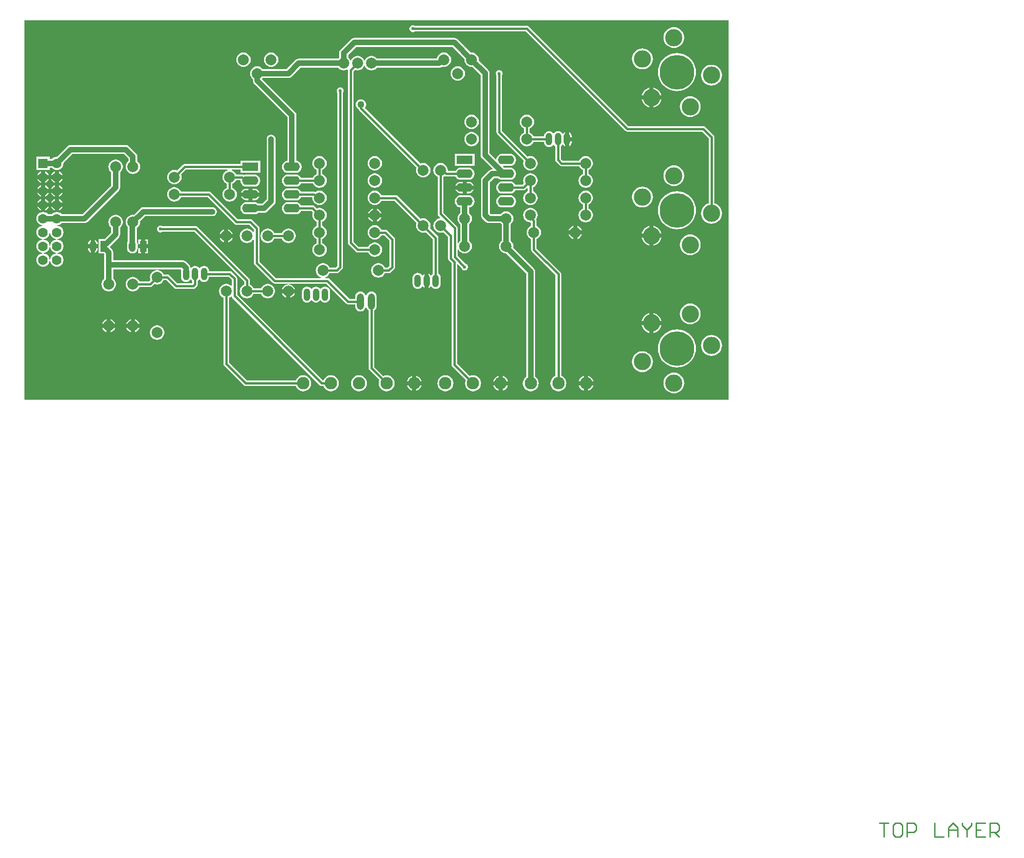
<source format=gtl>
G04*
G04 #@! TF.GenerationSoftware,Altium Limited,Altium Designer,20.0.2 (26)*
G04*
G04 Layer_Physical_Order=1*
G04 Layer_Color=255*
%FSLAX43Y43*%
%MOMM*%
G71*
G01*
G75*
%ADD11C,0.254*%
%ADD23O,1.200X2.286*%
%ADD28C,0.381*%
%ADD29C,1.000*%
%ADD30C,2.286*%
%ADD31C,3.175*%
%ADD32C,6.350*%
%ADD33C,2.000*%
%ADD34R,3.000X1.600*%
%ADD35O,3.000X1.600*%
%ADD36O,1.300X3.000*%
%ADD37R,1.270X2.032*%
%ADD38O,1.270X2.032*%
%ADD39R,1.778X1.778*%
%ADD40C,1.778*%
%ADD41C,0.600*%
%ADD42C,1.270*%
G36*
X129787Y388D02*
X388D01*
Y70097D01*
X129787D01*
X129787Y388D01*
D02*
G37*
%LPC*%
G36*
X119715Y68850D02*
X119341Y68813D01*
X118982Y68704D01*
X118651Y68527D01*
X118361Y68289D01*
X118123Y67999D01*
X117946Y67668D01*
X117837Y67309D01*
X117801Y66935D01*
X117837Y66562D01*
X117946Y66203D01*
X118123Y65872D01*
X118361Y65582D01*
X118651Y65344D01*
X118982Y65167D01*
X119341Y65058D01*
X119715Y65021D01*
X120088Y65058D01*
X120447Y65167D01*
X120778Y65344D01*
X121068Y65582D01*
X121306Y65872D01*
X121483Y66203D01*
X121592Y66562D01*
X121629Y66935D01*
X121592Y67309D01*
X121483Y67668D01*
X121306Y67999D01*
X121068Y68289D01*
X120778Y68527D01*
X120447Y68704D01*
X120088Y68813D01*
X119715Y68850D01*
D02*
G37*
G36*
X45720Y64194D02*
X45376Y64149D01*
X45056Y64016D01*
X44780Y63805D01*
X44569Y63529D01*
X44436Y63209D01*
X44391Y62865D01*
X44436Y62521D01*
X44569Y62201D01*
X44780Y61925D01*
X45056Y61714D01*
X45376Y61581D01*
X45720Y61536D01*
X46064Y61581D01*
X46384Y61714D01*
X46660Y61925D01*
X46871Y62201D01*
X47004Y62521D01*
X47049Y62865D01*
X47004Y63209D01*
X46871Y63529D01*
X46660Y63805D01*
X46384Y64016D01*
X46064Y64149D01*
X45720Y64194D01*
D02*
G37*
G36*
X40640D02*
X40296Y64149D01*
X39976Y64016D01*
X39700Y63805D01*
X39489Y63529D01*
X39356Y63209D01*
X39311Y62865D01*
X39356Y62521D01*
X39489Y62201D01*
X39700Y61925D01*
X39976Y61714D01*
X40296Y61581D01*
X40640Y61536D01*
X40984Y61581D01*
X41304Y61714D01*
X41580Y61925D01*
X41791Y62201D01*
X41924Y62521D01*
X41969Y62865D01*
X41924Y63209D01*
X41791Y63529D01*
X41580Y63805D01*
X41304Y64016D01*
X40984Y64149D01*
X40640Y64194D01*
D02*
G37*
G36*
X113924Y64938D02*
X113550Y64901D01*
X113191Y64792D01*
X112860Y64615D01*
X112570Y64377D01*
X112332Y64087D01*
X112155Y63756D01*
X112046Y63397D01*
X112009Y63024D01*
X112046Y62650D01*
X112155Y62291D01*
X112332Y61960D01*
X112570Y61670D01*
X112860Y61432D01*
X113191Y61255D01*
X113550Y61146D01*
X113924Y61110D01*
X114297Y61146D01*
X114656Y61255D01*
X114987Y61432D01*
X115277Y61670D01*
X115515Y61960D01*
X115692Y62291D01*
X115801Y62650D01*
X115838Y63024D01*
X115801Y63397D01*
X115692Y63756D01*
X115515Y64087D01*
X115277Y64377D01*
X114987Y64615D01*
X114656Y64792D01*
X114297Y64901D01*
X113924Y64938D01*
D02*
G37*
G36*
X80010Y61654D02*
X79666Y61609D01*
X79346Y61476D01*
X79070Y61265D01*
X78859Y60989D01*
X78726Y60669D01*
X78681Y60325D01*
X78726Y59981D01*
X78859Y59661D01*
X79070Y59385D01*
X79346Y59174D01*
X79666Y59041D01*
X80010Y58996D01*
X80354Y59041D01*
X80674Y59174D01*
X80950Y59385D01*
X81161Y59661D01*
X81294Y59981D01*
X81339Y60325D01*
X81294Y60669D01*
X81161Y60989D01*
X80950Y61265D01*
X80674Y61476D01*
X80354Y61609D01*
X80010Y61654D01*
D02*
G37*
G36*
X126624Y61941D02*
X126250Y61904D01*
X125891Y61795D01*
X125560Y61618D01*
X125270Y61380D01*
X125032Y61090D01*
X124855Y60759D01*
X124746Y60400D01*
X124709Y60027D01*
X124746Y59653D01*
X124855Y59294D01*
X125032Y58963D01*
X125270Y58673D01*
X125560Y58435D01*
X125891Y58258D01*
X126250Y58149D01*
X126624Y58112D01*
X126997Y58149D01*
X127356Y58258D01*
X127687Y58435D01*
X127977Y58673D01*
X128215Y58963D01*
X128392Y59294D01*
X128501Y59653D01*
X128538Y60027D01*
X128501Y60400D01*
X128392Y60759D01*
X128215Y61090D01*
X127977Y61380D01*
X127687Y61618D01*
X127356Y61795D01*
X126997Y61904D01*
X126624Y61941D01*
D02*
G37*
G36*
X120274Y64089D02*
X119726Y64046D01*
X119191Y63917D01*
X118683Y63707D01*
X118214Y63420D01*
X117796Y63063D01*
X117439Y62645D01*
X117152Y62176D01*
X116942Y61668D01*
X116813Y61133D01*
X116770Y60585D01*
X116813Y60037D01*
X116942Y59503D01*
X117152Y58995D01*
X117439Y58526D01*
X117796Y58108D01*
X118214Y57751D01*
X118683Y57464D01*
X119191Y57254D01*
X119726Y57125D01*
X120274Y57082D01*
X120822Y57125D01*
X121356Y57254D01*
X121864Y57464D01*
X122333Y57751D01*
X122751Y58108D01*
X123108Y58526D01*
X123395Y58995D01*
X123605Y59503D01*
X123734Y60037D01*
X123777Y60585D01*
X123734Y61133D01*
X123605Y61668D01*
X123395Y62176D01*
X123108Y62645D01*
X122751Y63063D01*
X122333Y63420D01*
X121864Y63707D01*
X121356Y63917D01*
X120822Y64046D01*
X120274Y64089D01*
D02*
G37*
G36*
X115986Y57726D02*
Y56298D01*
X117414D01*
X117315Y56625D01*
X117144Y56945D01*
X116914Y57225D01*
X116633Y57455D01*
X116313Y57626D01*
X115986Y57726D01*
D02*
G37*
G36*
X115224Y57726D02*
X114897Y57626D01*
X114577Y57455D01*
X114297Y57225D01*
X114067Y56945D01*
X113896Y56625D01*
X113796Y56298D01*
X115224D01*
Y57726D01*
D02*
G37*
G36*
X117414Y55536D02*
X115986D01*
Y54108D01*
X116313Y54207D01*
X116633Y54378D01*
X116914Y54608D01*
X117144Y54889D01*
X117315Y55209D01*
X117414Y55536D01*
D02*
G37*
G36*
X115224D02*
X113796D01*
X113896Y55209D01*
X114067Y54889D01*
X114297Y54608D01*
X114577Y54378D01*
X114897Y54207D01*
X115224Y54108D01*
Y55536D01*
D02*
G37*
G36*
X122712Y56150D02*
X122339Y56113D01*
X121980Y56004D01*
X121649Y55827D01*
X121358Y55589D01*
X121120Y55299D01*
X120944Y54968D01*
X120835Y54609D01*
X120798Y54235D01*
X120835Y53862D01*
X120944Y53503D01*
X121120Y53172D01*
X121358Y52882D01*
X121649Y52644D01*
X121980Y52467D01*
X122339Y52358D01*
X122712Y52321D01*
X123086Y52358D01*
X123445Y52467D01*
X123776Y52644D01*
X124066Y52882D01*
X124304Y53172D01*
X124481Y53503D01*
X124589Y53862D01*
X124626Y54235D01*
X124589Y54609D01*
X124481Y54968D01*
X124304Y55299D01*
X124066Y55589D01*
X123776Y55827D01*
X123445Y56004D01*
X123086Y56113D01*
X122712Y56150D01*
D02*
G37*
G36*
X82550Y52764D02*
X82206Y52719D01*
X81886Y52586D01*
X81610Y52375D01*
X81399Y52099D01*
X81266Y51779D01*
X81221Y51435D01*
X81266Y51091D01*
X81399Y50771D01*
X81610Y50495D01*
X81886Y50284D01*
X82206Y50151D01*
X82550Y50106D01*
X82894Y50151D01*
X83214Y50284D01*
X83490Y50495D01*
X83701Y50771D01*
X83834Y51091D01*
X83879Y51435D01*
X83834Y51779D01*
X83701Y52099D01*
X83490Y52375D01*
X83214Y52586D01*
X82894Y52719D01*
X82550Y52764D01*
D02*
G37*
G36*
X100457Y49570D02*
Y48641D01*
X100937D01*
Y48803D01*
X100908Y49026D01*
X100822Y49234D01*
X100685Y49412D01*
X100507Y49549D01*
X100457Y49570D01*
D02*
G37*
G36*
X100937Y47879D02*
X100457D01*
Y46950D01*
X100507Y46971D01*
X100685Y47108D01*
X100822Y47286D01*
X100908Y47494D01*
X100937Y47717D01*
Y47879D01*
D02*
G37*
G36*
X92710Y52764D02*
X92366Y52719D01*
X92046Y52586D01*
X91770Y52375D01*
X91559Y52099D01*
X91426Y51779D01*
X91381Y51435D01*
X91426Y51091D01*
X91559Y50771D01*
X91770Y50495D01*
X92046Y50284D01*
X92192Y50223D01*
Y49472D01*
X92046Y49411D01*
X91770Y49200D01*
X91559Y48924D01*
X91426Y48604D01*
X91381Y48260D01*
X91426Y47916D01*
X91559Y47596D01*
X91770Y47320D01*
X92046Y47109D01*
X92366Y46976D01*
X92710Y46931D01*
X93054Y46976D01*
X93374Y47109D01*
X93650Y47320D01*
X93861Y47596D01*
X93921Y47742D01*
X95849D01*
Y47717D01*
X95880Y47477D01*
X95973Y47254D01*
X96120Y47063D01*
X96311Y46916D01*
X96534Y46823D01*
X96774Y46792D01*
X97013Y46823D01*
X97237Y46916D01*
X97428Y47063D01*
X97521Y47183D01*
X97678D01*
X97771Y47063D01*
X97907Y46958D01*
Y44450D01*
X97946Y44252D01*
X98059Y44084D01*
X98694Y43449D01*
X98862Y43336D01*
X99060Y43297D01*
X102293D01*
X102354Y43151D01*
X102565Y42875D01*
X102841Y42664D01*
X102987Y42603D01*
Y41852D01*
X102841Y41791D01*
X102565Y41580D01*
X102354Y41304D01*
X102221Y40984D01*
X102176Y40640D01*
X102221Y40296D01*
X102354Y39976D01*
X102565Y39700D01*
X102841Y39489D01*
X103161Y39356D01*
X103505Y39311D01*
X103849Y39356D01*
X104169Y39489D01*
X104445Y39700D01*
X104656Y39976D01*
X104789Y40296D01*
X104834Y40640D01*
X104789Y40984D01*
X104656Y41304D01*
X104445Y41580D01*
X104169Y41791D01*
X104023Y41852D01*
Y42603D01*
X104169Y42664D01*
X104445Y42875D01*
X104656Y43151D01*
X104789Y43471D01*
X104834Y43815D01*
X104789Y44159D01*
X104656Y44479D01*
X104445Y44755D01*
X104169Y44966D01*
X103849Y45099D01*
X103505Y45144D01*
X103161Y45099D01*
X102841Y44966D01*
X102565Y44755D01*
X102354Y44479D01*
X102293Y44333D01*
X99275D01*
X98943Y44665D01*
Y46958D01*
X99079Y47063D01*
X99213Y47237D01*
X99238Y47247D01*
X99272Y47252D01*
X99361Y47246D01*
X99467Y47108D01*
X99645Y46971D01*
X99695Y46950D01*
Y48260D01*
Y49570D01*
X99645Y49549D01*
X99467Y49412D01*
X99361Y49274D01*
X99272Y49268D01*
X99238Y49272D01*
X99213Y49283D01*
X99079Y49457D01*
X98888Y49604D01*
X98664Y49697D01*
X98425Y49728D01*
X98185Y49697D01*
X97962Y49604D01*
X97771Y49457D01*
X97678Y49337D01*
X97521D01*
X97428Y49457D01*
X97237Y49604D01*
X97013Y49697D01*
X96774Y49728D01*
X96534Y49697D01*
X96311Y49604D01*
X96120Y49457D01*
X95973Y49266D01*
X95880Y49043D01*
X95849Y48803D01*
Y48778D01*
X93921D01*
X93861Y48924D01*
X93650Y49200D01*
X93374Y49411D01*
X93228Y49472D01*
Y50223D01*
X93374Y50284D01*
X93650Y50495D01*
X93861Y50771D01*
X93994Y51091D01*
X94039Y51435D01*
X93994Y51779D01*
X93861Y52099D01*
X93650Y52375D01*
X93374Y52586D01*
X93054Y52719D01*
X92710Y52764D01*
D02*
G37*
G36*
X82550Y49589D02*
X82206Y49544D01*
X81886Y49411D01*
X81610Y49200D01*
X81399Y48924D01*
X81266Y48604D01*
X81221Y48260D01*
X81266Y47916D01*
X81399Y47596D01*
X81610Y47320D01*
X81886Y47109D01*
X82206Y46976D01*
X82550Y46931D01*
X82894Y46976D01*
X83214Y47109D01*
X83490Y47320D01*
X83701Y47596D01*
X83834Y47916D01*
X83879Y48260D01*
X83834Y48604D01*
X83701Y48924D01*
X83490Y49200D01*
X83214Y49411D01*
X82894Y49544D01*
X82550Y49589D01*
D02*
G37*
G36*
X83097Y45567D02*
X79462D01*
Y43332D01*
X83097D01*
Y45567D01*
D02*
G37*
G36*
X87630Y60955D02*
X87389Y60907D01*
X87185Y60770D01*
X87048Y60566D01*
X87000Y60325D01*
X87048Y60084D01*
X87112Y59989D01*
Y49530D01*
X87151Y49332D01*
X87264Y49164D01*
X92122Y44305D01*
X92061Y44159D01*
X92016Y43815D01*
X92061Y43471D01*
X92194Y43151D01*
X92405Y42875D01*
X92681Y42664D01*
X93001Y42531D01*
X93345Y42486D01*
X93689Y42531D01*
X94009Y42664D01*
X94285Y42875D01*
X94496Y43151D01*
X94629Y43471D01*
X94674Y43815D01*
X94629Y44159D01*
X94496Y44479D01*
X94285Y44755D01*
X94009Y44966D01*
X93689Y45099D01*
X93345Y45144D01*
X93001Y45099D01*
X92855Y45038D01*
X88148Y49745D01*
Y59989D01*
X88212Y60084D01*
X88260Y60325D01*
X88212Y60566D01*
X88075Y60770D01*
X87871Y60907D01*
X87630Y60955D01*
D02*
G37*
G36*
X64770Y45144D02*
X64426Y45099D01*
X64106Y44966D01*
X63830Y44755D01*
X63619Y44479D01*
X63486Y44159D01*
X63441Y43815D01*
X63486Y43471D01*
X63619Y43151D01*
X63830Y42875D01*
X64106Y42664D01*
X64426Y42531D01*
X64770Y42486D01*
X65114Y42531D01*
X65434Y42664D01*
X65710Y42875D01*
X65921Y43151D01*
X66054Y43471D01*
X66099Y43815D01*
X66054Y44159D01*
X65921Y44479D01*
X65710Y44755D01*
X65434Y44966D01*
X65114Y45099D01*
X64770Y45144D01*
D02*
G37*
G36*
X43727Y44297D02*
X40092D01*
Y43698D01*
X29845D01*
X29647Y43659D01*
X29479Y43546D01*
X28430Y42498D01*
X28284Y42559D01*
X27940Y42604D01*
X27596Y42559D01*
X27276Y42426D01*
X27000Y42215D01*
X26789Y41939D01*
X26656Y41619D01*
X26611Y41275D01*
X26656Y40931D01*
X26789Y40611D01*
X27000Y40335D01*
X27276Y40124D01*
X27596Y39991D01*
X27940Y39946D01*
X28284Y39991D01*
X28604Y40124D01*
X28880Y40335D01*
X29091Y40611D01*
X29224Y40931D01*
X29269Y41275D01*
X29224Y41619D01*
X29163Y41765D01*
X30060Y42662D01*
X37674D01*
X37699Y42535D01*
X37436Y42426D01*
X37160Y42215D01*
X36949Y41939D01*
X36816Y41619D01*
X36771Y41275D01*
X36816Y40931D01*
X36949Y40611D01*
X37160Y40335D01*
X37436Y40124D01*
X37582Y40063D01*
Y39312D01*
X37436Y39251D01*
X37160Y39040D01*
X36949Y38764D01*
X36816Y38444D01*
X36771Y38100D01*
X36816Y37756D01*
X36949Y37436D01*
X37160Y37160D01*
X37436Y36949D01*
X37756Y36816D01*
X38100Y36771D01*
X38444Y36816D01*
X38764Y36949D01*
X39040Y37160D01*
X39251Y37436D01*
X39384Y37756D01*
X39429Y38100D01*
X39384Y38444D01*
X39251Y38764D01*
X39040Y39040D01*
X38764Y39251D01*
X38618Y39312D01*
Y40063D01*
X38764Y40124D01*
X39040Y40335D01*
X39251Y40611D01*
X39311Y40757D01*
X40002D01*
X40086Y40662D01*
X40083Y40640D01*
X40121Y40348D01*
X40234Y40076D01*
X40413Y39843D01*
X40646Y39664D01*
X40918Y39551D01*
X41210Y39513D01*
X42610D01*
X42902Y39551D01*
X43174Y39664D01*
X43407Y39843D01*
X43586Y40076D01*
X43699Y40348D01*
X43737Y40640D01*
X43699Y40932D01*
X43586Y41204D01*
X43407Y41437D01*
X43174Y41616D01*
X42902Y41729D01*
X42610Y41767D01*
X41210D01*
X40918Y41729D01*
X40730Y41651D01*
X40576Y41754D01*
X40377Y41793D01*
X39311D01*
X39251Y41939D01*
X39040Y42215D01*
X38764Y42426D01*
X38501Y42535D01*
X38526Y42662D01*
X40092D01*
Y42062D01*
X43727D01*
Y44297D01*
D02*
G37*
G36*
X19050Y47180D02*
X8890D01*
X8677Y47151D01*
X8478Y47069D01*
X8307Y46938D01*
X6395Y45026D01*
X6350Y45032D01*
X6035Y44990D01*
X5742Y44869D01*
X5490Y44675D01*
X5462Y44640D01*
X5016D01*
Y45021D01*
X2603D01*
Y42608D01*
X5016D01*
Y42990D01*
X5462D01*
X5490Y42955D01*
X5742Y42761D01*
X6035Y42640D01*
X6350Y42598D01*
X6665Y42640D01*
X6958Y42761D01*
X7210Y42955D01*
X7404Y43207D01*
X7525Y43500D01*
X7567Y43815D01*
X7561Y43860D01*
X9232Y45530D01*
X18708D01*
X19495Y44743D01*
Y44208D01*
X19380Y44120D01*
X19169Y43844D01*
X19036Y43524D01*
X18991Y43180D01*
X19036Y42836D01*
X19169Y42516D01*
X19380Y42240D01*
X19656Y42029D01*
X19976Y41896D01*
X20320Y41851D01*
X20664Y41896D01*
X20984Y42029D01*
X21260Y42240D01*
X21471Y42516D01*
X21604Y42836D01*
X21649Y43180D01*
X21604Y43524D01*
X21471Y43844D01*
X21260Y44120D01*
X21145Y44208D01*
Y45085D01*
X21116Y45298D01*
X21034Y45497D01*
X20903Y45668D01*
X19633Y46938D01*
X19462Y47069D01*
X19263Y47151D01*
X19050Y47180D01*
D02*
G37*
G36*
X6731Y42354D02*
Y41656D01*
X7429D01*
X7348Y41851D01*
X7165Y42090D01*
X6926Y42273D01*
X6731Y42354D01*
D02*
G37*
G36*
X4191D02*
Y41656D01*
X4889D01*
X4808Y41851D01*
X4625Y42090D01*
X4386Y42273D01*
X4191Y42354D01*
D02*
G37*
G36*
X5969Y42354D02*
X5774Y42273D01*
X5535Y42090D01*
X5352Y41851D01*
X5271Y41656D01*
X5969D01*
Y42354D01*
D02*
G37*
G36*
X3429D02*
X3234Y42273D01*
X2995Y42090D01*
X2812Y41851D01*
X2731Y41656D01*
X3429D01*
Y42354D01*
D02*
G37*
G36*
X62230Y55571D02*
X61981Y55538D01*
X61750Y55442D01*
X61551Y55289D01*
X61398Y55090D01*
X61302Y54859D01*
X61269Y54610D01*
X61302Y54361D01*
X61398Y54130D01*
X61551Y53931D01*
X61750Y53778D01*
X61751Y53777D01*
X61751Y53777D01*
X61864Y53609D01*
X72437Y43035D01*
X72376Y42889D01*
X72331Y42545D01*
X72376Y42201D01*
X72509Y41881D01*
X72720Y41605D01*
X72996Y41394D01*
X73316Y41261D01*
X73660Y41216D01*
X74004Y41261D01*
X74324Y41394D01*
X74600Y41605D01*
X74811Y41881D01*
X74944Y42201D01*
X74989Y42545D01*
X74944Y42889D01*
X74811Y43209D01*
X74600Y43485D01*
X74324Y43696D01*
X74004Y43829D01*
X73660Y43874D01*
X73316Y43829D01*
X73170Y43768D01*
X62952Y53986D01*
X63062Y54130D01*
X63158Y54361D01*
X63191Y54610D01*
X63158Y54859D01*
X63062Y55090D01*
X62909Y55289D01*
X62710Y55442D01*
X62479Y55538D01*
X62230Y55571D01*
D02*
G37*
G36*
X54610Y45144D02*
X54266Y45099D01*
X53946Y44966D01*
X53670Y44755D01*
X53459Y44479D01*
X53326Y44159D01*
X53281Y43815D01*
X53326Y43471D01*
X53459Y43151D01*
X53670Y42875D01*
X53946Y42664D01*
X54092Y42603D01*
Y41852D01*
X53946Y41791D01*
X53670Y41580D01*
X53459Y41304D01*
X53398Y41158D01*
X51225D01*
X51206Y41204D01*
X51027Y41437D01*
X50794Y41616D01*
X50522Y41729D01*
X50230Y41767D01*
X48830D01*
X48538Y41729D01*
X48266Y41616D01*
X48033Y41437D01*
X47854Y41204D01*
X47741Y40932D01*
X47703Y40640D01*
X47741Y40348D01*
X47854Y40076D01*
X48033Y39843D01*
X48266Y39664D01*
X48538Y39551D01*
X48830Y39513D01*
X50230D01*
X50522Y39551D01*
X50794Y39664D01*
X51027Y39843D01*
X51206Y40076D01*
X51225Y40122D01*
X53398D01*
X53459Y39976D01*
X53670Y39700D01*
X53946Y39489D01*
X54266Y39356D01*
X54610Y39311D01*
X54954Y39356D01*
X55274Y39489D01*
X55550Y39700D01*
X55761Y39976D01*
X55894Y40296D01*
X55939Y40640D01*
X55894Y40984D01*
X55761Y41304D01*
X55550Y41580D01*
X55274Y41791D01*
X55128Y41852D01*
Y42603D01*
X55274Y42664D01*
X55550Y42875D01*
X55761Y43151D01*
X55894Y43471D01*
X55939Y43815D01*
X55894Y44159D01*
X55761Y44479D01*
X55550Y44755D01*
X55274Y44966D01*
X54954Y45099D01*
X54610Y45144D01*
D02*
G37*
G36*
X79375Y66865D02*
X60998D01*
X60785Y66836D01*
X60586Y66754D01*
X60415Y66623D01*
X58472Y64680D01*
X58341Y64509D01*
X58259Y64310D01*
X58230Y64097D01*
Y63258D01*
X58115Y63170D01*
X58027Y63055D01*
X50800D01*
X50587Y63026D01*
X50388Y62944D01*
X50217Y62813D01*
X48553Y61150D01*
X44208D01*
X44120Y61265D01*
X43844Y61476D01*
X43524Y61609D01*
X43180Y61654D01*
X42836Y61609D01*
X42516Y61476D01*
X42240Y61265D01*
X42029Y60989D01*
X41896Y60669D01*
X41851Y60325D01*
X41896Y59981D01*
X42029Y59661D01*
X42240Y59385D01*
X42355Y59297D01*
Y59055D01*
X42384Y58842D01*
X42466Y58643D01*
X42597Y58472D01*
X48705Y52363D01*
Y44291D01*
X48538Y44269D01*
X48266Y44156D01*
X48033Y43977D01*
X47854Y43744D01*
X47741Y43472D01*
X47703Y43180D01*
X47741Y42888D01*
X47854Y42616D01*
X48033Y42383D01*
X48266Y42204D01*
X48538Y42091D01*
X48830Y42053D01*
X50230D01*
X50522Y42091D01*
X50794Y42204D01*
X51027Y42383D01*
X51206Y42616D01*
X51319Y42888D01*
X51357Y43180D01*
X51319Y43472D01*
X51206Y43744D01*
X51027Y43977D01*
X50794Y44156D01*
X50522Y44269D01*
X50355Y44291D01*
Y52705D01*
X50326Y52918D01*
X50244Y53117D01*
X50113Y53288D01*
X44113Y59288D01*
X44120Y59385D01*
X44208Y59500D01*
X48895D01*
X49108Y59529D01*
X49307Y59611D01*
X49478Y59742D01*
X51142Y61405D01*
X58027D01*
X58115Y61290D01*
X58391Y61079D01*
X58711Y60946D01*
X59055Y60901D01*
X59399Y60946D01*
X59700Y61071D01*
X59762Y61039D01*
X59813Y60991D01*
X59807Y60960D01*
Y29210D01*
X59846Y29012D01*
X59959Y28844D01*
X61229Y27574D01*
X61397Y27461D01*
X61595Y27422D01*
X63558D01*
X63619Y27276D01*
X63830Y27000D01*
X64106Y26789D01*
X64426Y26656D01*
X64770Y26611D01*
X65114Y26656D01*
X65434Y26789D01*
X65710Y27000D01*
X65921Y27276D01*
X66054Y27596D01*
X66099Y27940D01*
X66054Y28284D01*
X65921Y28604D01*
X65710Y28880D01*
X65434Y29091D01*
X65114Y29224D01*
X64770Y29269D01*
X64426Y29224D01*
X64106Y29091D01*
X63830Y28880D01*
X63619Y28604D01*
X63558Y28458D01*
X61810D01*
X60843Y29425D01*
Y60745D01*
X61105Y61007D01*
X61251Y60946D01*
X61595Y60901D01*
X61939Y60946D01*
X62259Y61079D01*
X62535Y61290D01*
X62746Y61566D01*
X62801Y61700D01*
X62928D01*
X62984Y61566D01*
X63195Y61290D01*
X63471Y61079D01*
X63791Y60946D01*
X64135Y60901D01*
X64479Y60946D01*
X64799Y61079D01*
X65075Y61290D01*
X65163Y61405D01*
X76564D01*
X76778Y61434D01*
X76860Y61468D01*
X76977Y61516D01*
X77084Y61599D01*
X77126Y61581D01*
X77470Y61536D01*
X77814Y61581D01*
X78134Y61714D01*
X78410Y61925D01*
X78621Y62201D01*
X78754Y62521D01*
X78799Y62865D01*
X78754Y63209D01*
X78621Y63529D01*
X78410Y63805D01*
X78134Y64016D01*
X77814Y64149D01*
X77470Y64194D01*
X77126Y64149D01*
X76806Y64016D01*
X76530Y63805D01*
X76319Y63529D01*
X76186Y63209D01*
X76166Y63055D01*
X65163D01*
X65075Y63170D01*
X64799Y63381D01*
X64479Y63514D01*
X64135Y63559D01*
X63791Y63514D01*
X63471Y63381D01*
X63195Y63170D01*
X62984Y62894D01*
X62928Y62760D01*
X62801D01*
X62746Y62894D01*
X62535Y63170D01*
X62259Y63381D01*
X61939Y63514D01*
X61595Y63559D01*
X61251Y63514D01*
X60931Y63381D01*
X60655Y63170D01*
X60444Y62894D01*
X60388Y62760D01*
X60261D01*
X60206Y62894D01*
X59995Y63170D01*
X59880Y63258D01*
Y63755D01*
X61340Y65215D01*
X79033D01*
X81240Y63009D01*
X81221Y62865D01*
X81266Y62521D01*
X81399Y62201D01*
X81610Y61925D01*
X81886Y61714D01*
X82206Y61581D01*
X82550Y61536D01*
X82694Y61555D01*
X84202Y60047D01*
Y45336D01*
X84230Y45122D01*
X84313Y44923D01*
X84444Y44753D01*
X86374Y42822D01*
X86310Y42707D01*
X86123Y42683D01*
X85924Y42600D01*
X85753Y42469D01*
X84507Y41223D01*
X84376Y41052D01*
X84294Y40853D01*
X84265Y40640D01*
Y34290D01*
X84294Y34077D01*
X84376Y33878D01*
X84507Y33707D01*
X85142Y33072D01*
X85313Y32941D01*
X85512Y32859D01*
X85725Y32830D01*
X87872D01*
X87960Y32715D01*
X88075Y32627D01*
Y29603D01*
X87960Y29515D01*
X87749Y29239D01*
X87616Y28919D01*
X87571Y28575D01*
X87616Y28231D01*
X87749Y27911D01*
X87960Y27635D01*
X88236Y27424D01*
X88556Y27291D01*
X88900Y27246D01*
X88906Y27247D01*
X92582Y23572D01*
Y4586D01*
X92365Y4420D01*
X92131Y4115D01*
X91983Y3759D01*
X91933Y3378D01*
X91983Y2997D01*
X92131Y2642D01*
X92365Y2336D01*
X92670Y2102D01*
X93025Y1955D01*
X93406Y1905D01*
X93788Y1955D01*
X94143Y2102D01*
X94448Y2336D01*
X94682Y2642D01*
X94829Y2997D01*
X94879Y3378D01*
X94829Y3759D01*
X94682Y4115D01*
X94448Y4420D01*
X94231Y4586D01*
Y23913D01*
X94203Y24126D01*
X94120Y24325D01*
X93989Y24496D01*
X90192Y28294D01*
X90229Y28575D01*
X90184Y28919D01*
X90051Y29239D01*
X89840Y29515D01*
X89725Y29603D01*
Y32627D01*
X89840Y32715D01*
X90051Y32991D01*
X90184Y33311D01*
X90229Y33655D01*
X90184Y33999D01*
X90051Y34319D01*
X89840Y34595D01*
X89564Y34806D01*
X89244Y34939D01*
X88900Y34984D01*
X88556Y34939D01*
X88236Y34806D01*
X87960Y34595D01*
X87872Y34480D01*
X86067D01*
X85915Y34632D01*
Y40298D01*
X86678Y41062D01*
X87470D01*
X87636Y40934D01*
X87908Y40821D01*
X88200Y40783D01*
X89600D01*
X89892Y40821D01*
X90164Y40934D01*
X90397Y41113D01*
X90576Y41346D01*
X90689Y41618D01*
X90727Y41910D01*
X90689Y42202D01*
X90576Y42474D01*
X90397Y42707D01*
X90164Y42886D01*
X89892Y42999D01*
X89600Y43037D01*
X88489D01*
X88483Y43046D01*
X88323Y43206D01*
X88372Y43323D01*
X89600D01*
X89892Y43361D01*
X90164Y43474D01*
X90397Y43653D01*
X90576Y43886D01*
X90689Y44158D01*
X90727Y44450D01*
X90689Y44742D01*
X90576Y45014D01*
X90397Y45247D01*
X90164Y45426D01*
X89892Y45539D01*
X89600Y45577D01*
X88200D01*
X87908Y45539D01*
X87636Y45426D01*
X87403Y45247D01*
X87224Y45014D01*
X87111Y44742D01*
X87092Y44597D01*
X86972Y44557D01*
X85851Y45677D01*
Y60388D01*
X85823Y60602D01*
X85741Y60800D01*
X85610Y60971D01*
X83860Y62721D01*
X83879Y62865D01*
X83834Y63209D01*
X83701Y63529D01*
X83490Y63805D01*
X83214Y64016D01*
X82894Y64149D01*
X82550Y64194D01*
X82406Y64175D01*
X79958Y66623D01*
X79787Y66754D01*
X79588Y66836D01*
X79375Y66865D01*
D02*
G37*
G36*
X76835Y43874D02*
X76491Y43829D01*
X76171Y43696D01*
X75895Y43485D01*
X75684Y43209D01*
X75551Y42889D01*
X75506Y42545D01*
X75551Y42201D01*
X75684Y41881D01*
X75895Y41605D01*
X76171Y41394D01*
X76317Y41333D01*
Y34518D01*
X76356Y34319D01*
X76469Y34151D01*
X76785Y33835D01*
X76739Y33701D01*
X76491Y33669D01*
X76171Y33536D01*
X75895Y33325D01*
X75684Y33049D01*
X75551Y32729D01*
X75506Y32385D01*
X75551Y32041D01*
X75684Y31721D01*
X75895Y31445D01*
X76171Y31234D01*
X76491Y31101D01*
X76835Y31056D01*
X77179Y31101D01*
X77325Y31162D01*
X78222Y30265D01*
Y26317D01*
X78261Y26119D01*
X78374Y25951D01*
X78857Y25468D01*
Y6818D01*
X78896Y6619D01*
X79009Y6451D01*
X81482Y3978D01*
X81392Y3759D01*
X81341Y3378D01*
X81392Y2997D01*
X81539Y2642D01*
X81773Y2336D01*
X82078Y2102D01*
X82433Y1955D01*
X82814Y1905D01*
X83196Y1955D01*
X83551Y2102D01*
X83856Y2336D01*
X84090Y2642D01*
X84237Y2997D01*
X84288Y3378D01*
X84237Y3759D01*
X84090Y4115D01*
X83856Y4420D01*
X83551Y4654D01*
X83196Y4801D01*
X82814Y4851D01*
X82433Y4801D01*
X82215Y4710D01*
X79893Y7032D01*
Y25254D01*
X80010Y25302D01*
X80676Y24637D01*
X80698Y24524D01*
X80835Y24320D01*
X81039Y24183D01*
X81280Y24135D01*
X81521Y24183D01*
X81725Y24320D01*
X81862Y24524D01*
X81910Y24765D01*
X81862Y25006D01*
X81725Y25210D01*
X81521Y25347D01*
X81408Y25369D01*
X79956Y26821D01*
Y27996D01*
X80083Y28021D01*
X80129Y27911D01*
X80340Y27635D01*
X80616Y27424D01*
X80936Y27291D01*
X81280Y27246D01*
X81624Y27291D01*
X81944Y27424D01*
X82220Y27635D01*
X82431Y27911D01*
X82564Y28231D01*
X82609Y28575D01*
X82564Y28919D01*
X82431Y29239D01*
X82220Y29515D01*
X82105Y29603D01*
Y32627D01*
X82220Y32715D01*
X82431Y32991D01*
X82564Y33311D01*
X82609Y33655D01*
X82564Y33999D01*
X82431Y34319D01*
X82220Y34595D01*
X82105Y34683D01*
Y35719D01*
X82272Y35741D01*
X82544Y35854D01*
X82777Y36033D01*
X82956Y36266D01*
X83069Y36538D01*
X83107Y36830D01*
X83069Y37122D01*
X82956Y37394D01*
X82777Y37627D01*
X82544Y37806D01*
X82272Y37919D01*
X81980Y37957D01*
X80580D01*
X80288Y37919D01*
X80016Y37806D01*
X79783Y37627D01*
X79604Y37394D01*
X79491Y37122D01*
X79453Y36830D01*
X79491Y36538D01*
X79604Y36266D01*
X79783Y36033D01*
X80016Y35854D01*
X80288Y35741D01*
X80455Y35719D01*
Y34683D01*
X80340Y34595D01*
X80129Y34319D01*
X79996Y33999D01*
X79951Y33655D01*
X79996Y33311D01*
X80129Y32991D01*
X80340Y32715D01*
X80455Y32627D01*
Y29603D01*
X80340Y29515D01*
X80129Y29239D01*
X80083Y29129D01*
X79956Y29154D01*
Y31914D01*
X79917Y32112D01*
X79805Y32280D01*
X77353Y34732D01*
Y41333D01*
X77499Y41394D01*
X77605Y41475D01*
X77669Y41431D01*
X77868Y41392D01*
X79585D01*
X79604Y41346D01*
X79783Y41113D01*
X80016Y40934D01*
X80288Y40821D01*
X80580Y40783D01*
X81980D01*
X82272Y40821D01*
X82544Y40934D01*
X82777Y41113D01*
X82956Y41346D01*
X83069Y41618D01*
X83107Y41910D01*
X83069Y42202D01*
X82956Y42474D01*
X82777Y42707D01*
X82544Y42886D01*
X82272Y42999D01*
X81980Y43037D01*
X80580D01*
X80288Y42999D01*
X80016Y42886D01*
X79783Y42707D01*
X79604Y42474D01*
X79585Y42428D01*
X78245D01*
X78161Y42523D01*
X78164Y42545D01*
X78119Y42889D01*
X77986Y43209D01*
X77775Y43485D01*
X77499Y43696D01*
X77179Y43829D01*
X76835Y43874D01*
D02*
G37*
G36*
X7429Y40894D02*
X6731D01*
Y40196D01*
X6926Y40277D01*
X7165Y40460D01*
X7348Y40699D01*
X7429Y40894D01*
D02*
G37*
G36*
X4889D02*
X4191D01*
Y40196D01*
X4386Y40277D01*
X4625Y40460D01*
X4808Y40699D01*
X4889Y40894D01*
D02*
G37*
G36*
X5969D02*
X5271D01*
X5352Y40699D01*
X5535Y40460D01*
X5774Y40277D01*
X5969Y40196D01*
Y40894D01*
D02*
G37*
G36*
X3429D02*
X2731D01*
X2812Y40699D01*
X2995Y40460D01*
X3234Y40277D01*
X3429Y40196D01*
Y40894D01*
D02*
G37*
G36*
X93345Y41969D02*
X93001Y41924D01*
X92681Y41791D01*
X92405Y41580D01*
X92194Y41304D01*
X92061Y40984D01*
X92016Y40640D01*
X92061Y40296D01*
X92122Y40150D01*
X91860Y39888D01*
X90595D01*
X90576Y39934D01*
X90397Y40167D01*
X90164Y40346D01*
X89892Y40459D01*
X89600Y40497D01*
X88200D01*
X87908Y40459D01*
X87636Y40346D01*
X87403Y40167D01*
X87224Y39934D01*
X87111Y39662D01*
X87073Y39370D01*
X87111Y39078D01*
X87224Y38806D01*
X87403Y38573D01*
X87636Y38394D01*
X87908Y38281D01*
X88200Y38243D01*
X89600D01*
X89892Y38281D01*
X90164Y38394D01*
X90397Y38573D01*
X90576Y38806D01*
X90595Y38852D01*
X92075D01*
X92273Y38891D01*
X92441Y39004D01*
X92710Y39272D01*
X92827Y39224D01*
Y38676D01*
X92681Y38616D01*
X92405Y38405D01*
X92194Y38129D01*
X92061Y37809D01*
X92016Y37465D01*
X92061Y37121D01*
X92194Y36801D01*
X92405Y36525D01*
X92681Y36314D01*
X93001Y36181D01*
X93345Y36136D01*
X93689Y36181D01*
X94009Y36314D01*
X94285Y36525D01*
X94496Y36801D01*
X94629Y37121D01*
X94674Y37465D01*
X94629Y37809D01*
X94496Y38129D01*
X94285Y38405D01*
X94009Y38616D01*
X93863Y38676D01*
Y39428D01*
X94009Y39489D01*
X94285Y39700D01*
X94496Y39976D01*
X94629Y40296D01*
X94674Y40640D01*
X94629Y40984D01*
X94496Y41304D01*
X94285Y41580D01*
X94009Y41791D01*
X93689Y41924D01*
X93345Y41969D01*
D02*
G37*
G36*
X81980Y40433D02*
X81661D01*
Y39751D01*
X82963D01*
X82901Y39902D01*
X82732Y40122D01*
X82512Y40291D01*
X82255Y40397D01*
X81980Y40433D01*
D02*
G37*
G36*
X80899D02*
X80580D01*
X80305Y40397D01*
X80048Y40291D01*
X79828Y40122D01*
X79659Y39902D01*
X79597Y39751D01*
X80899D01*
Y40433D01*
D02*
G37*
G36*
X119715Y43450D02*
X119341Y43413D01*
X118982Y43304D01*
X118651Y43127D01*
X118361Y42889D01*
X118123Y42599D01*
X117946Y42268D01*
X117837Y41909D01*
X117801Y41535D01*
X117837Y41162D01*
X117946Y40803D01*
X118123Y40472D01*
X118361Y40182D01*
X118651Y39944D01*
X118982Y39767D01*
X119341Y39658D01*
X119715Y39621D01*
X120088Y39658D01*
X120447Y39767D01*
X120778Y39944D01*
X121068Y40182D01*
X121306Y40472D01*
X121483Y40803D01*
X121592Y41162D01*
X121629Y41535D01*
X121592Y41909D01*
X121483Y42268D01*
X121306Y42599D01*
X121068Y42889D01*
X120778Y43127D01*
X120447Y43304D01*
X120088Y43413D01*
X119715Y43450D01*
D02*
G37*
G36*
X64770Y41969D02*
X64426Y41924D01*
X64106Y41791D01*
X63830Y41580D01*
X63619Y41304D01*
X63486Y40984D01*
X63441Y40640D01*
X63486Y40296D01*
X63619Y39976D01*
X63830Y39700D01*
X64106Y39489D01*
X64426Y39356D01*
X64770Y39311D01*
X65114Y39356D01*
X65434Y39489D01*
X65710Y39700D01*
X65921Y39976D01*
X66054Y40296D01*
X66099Y40640D01*
X66054Y40984D01*
X65921Y41304D01*
X65710Y41580D01*
X65434Y41791D01*
X65114Y41924D01*
X64770Y41969D01*
D02*
G37*
G36*
X6731Y39814D02*
Y39116D01*
X7429D01*
X7348Y39311D01*
X7165Y39550D01*
X6926Y39733D01*
X6731Y39814D01*
D02*
G37*
G36*
X4191D02*
Y39116D01*
X4889D01*
X4808Y39311D01*
X4625Y39550D01*
X4386Y39733D01*
X4191Y39814D01*
D02*
G37*
G36*
X5969Y39814D02*
X5774Y39733D01*
X5535Y39550D01*
X5352Y39311D01*
X5271Y39116D01*
X5969D01*
Y39814D01*
D02*
G37*
G36*
X3429D02*
X3234Y39733D01*
X2995Y39550D01*
X2812Y39311D01*
X2731Y39116D01*
X3429D01*
Y39814D01*
D02*
G37*
G36*
X42610Y39163D02*
X42291D01*
Y38481D01*
X43593D01*
X43531Y38632D01*
X43362Y38852D01*
X43142Y39021D01*
X42885Y39127D01*
X42610Y39163D01*
D02*
G37*
G36*
X41529D02*
X41210D01*
X40935Y39127D01*
X40678Y39021D01*
X40458Y38852D01*
X40289Y38632D01*
X40227Y38481D01*
X41529D01*
Y39163D01*
D02*
G37*
G36*
X82963Y38989D02*
X81661D01*
Y38307D01*
X81980D01*
X82255Y38343D01*
X82512Y38449D01*
X82732Y38618D01*
X82901Y38838D01*
X82963Y38989D01*
D02*
G37*
G36*
X80899D02*
X79597D01*
X79659Y38838D01*
X79828Y38618D01*
X80048Y38449D01*
X80305Y38343D01*
X80580Y38307D01*
X80899D01*
Y38989D01*
D02*
G37*
G36*
X7429Y38354D02*
X6731D01*
Y37656D01*
X6926Y37737D01*
X7165Y37920D01*
X7348Y38159D01*
X7429Y38354D01*
D02*
G37*
G36*
X4889D02*
X4191D01*
Y37656D01*
X4386Y37737D01*
X4625Y37920D01*
X4808Y38159D01*
X4889Y38354D01*
D02*
G37*
G36*
X5969D02*
X5271D01*
X5352Y38159D01*
X5535Y37920D01*
X5774Y37737D01*
X5969Y37656D01*
Y38354D01*
D02*
G37*
G36*
X3429D02*
X2731D01*
X2812Y38159D01*
X2995Y37920D01*
X3234Y37737D01*
X3429Y37656D01*
Y38354D01*
D02*
G37*
G36*
X43593Y37719D02*
X42291D01*
Y37037D01*
X42610D01*
X42885Y37073D01*
X43142Y37179D01*
X43362Y37348D01*
X43531Y37568D01*
X43593Y37719D01*
D02*
G37*
G36*
X41529D02*
X40227D01*
X40289Y37568D01*
X40458Y37348D01*
X40678Y37179D01*
X40935Y37073D01*
X41210Y37037D01*
X41529D01*
Y37719D01*
D02*
G37*
G36*
X6731Y37274D02*
Y36576D01*
X7429D01*
X7348Y36771D01*
X7165Y37010D01*
X6926Y37193D01*
X6731Y37274D01*
D02*
G37*
G36*
X4191D02*
Y36576D01*
X4889D01*
X4808Y36771D01*
X4625Y37010D01*
X4386Y37193D01*
X4191Y37274D01*
D02*
G37*
G36*
X5969Y37274D02*
X5774Y37193D01*
X5535Y37010D01*
X5352Y36771D01*
X5271Y36576D01*
X5969D01*
Y37274D01*
D02*
G37*
G36*
X3429D02*
X3234Y37193D01*
X2995Y37010D01*
X2812Y36771D01*
X2731Y36576D01*
X3429D01*
Y37274D01*
D02*
G37*
G36*
X45720Y49085D02*
X45507Y49056D01*
X45308Y48974D01*
X45137Y48843D01*
X45006Y48672D01*
X44924Y48473D01*
X44895Y48260D01*
Y37172D01*
X44108Y36385D01*
X43371D01*
X43174Y36536D01*
X42902Y36649D01*
X42610Y36687D01*
X41210D01*
X40918Y36649D01*
X40646Y36536D01*
X40413Y36357D01*
X40234Y36124D01*
X40121Y35852D01*
X40083Y35560D01*
X40121Y35268D01*
X40234Y34996D01*
X40413Y34763D01*
X40646Y34584D01*
X40918Y34471D01*
X41210Y34433D01*
X42610D01*
X42902Y34471D01*
X43174Y34584D01*
X43371Y34735D01*
X44450D01*
X44663Y34764D01*
X44862Y34846D01*
X45033Y34977D01*
X46303Y36247D01*
X46434Y36418D01*
X46516Y36617D01*
X46545Y36830D01*
Y48260D01*
X46516Y48473D01*
X46434Y48672D01*
X46303Y48843D01*
X46132Y48974D01*
X45933Y49056D01*
X45720Y49085D01*
D02*
G37*
G36*
X50230Y39227D02*
X48830D01*
X48538Y39189D01*
X48266Y39076D01*
X48033Y38897D01*
X47854Y38664D01*
X47741Y38392D01*
X47703Y38100D01*
X47741Y37808D01*
X47854Y37536D01*
X48033Y37303D01*
X48266Y37124D01*
X48538Y37011D01*
X48830Y36973D01*
X50230D01*
X50522Y37011D01*
X50794Y37124D01*
X51027Y37303D01*
X51206Y37536D01*
X51225Y37582D01*
X53200D01*
X53284Y37487D01*
X53281Y37465D01*
X53326Y37121D01*
X53459Y36801D01*
X53670Y36525D01*
X53946Y36314D01*
X54266Y36181D01*
X54610Y36136D01*
X54954Y36181D01*
X55274Y36314D01*
X55550Y36525D01*
X55761Y36801D01*
X55894Y37121D01*
X55939Y37465D01*
X55894Y37809D01*
X55761Y38129D01*
X55550Y38405D01*
X55274Y38616D01*
X54954Y38749D01*
X54610Y38794D01*
X54266Y38749D01*
X53946Y38616D01*
X53840Y38535D01*
X53776Y38579D01*
X53577Y38618D01*
X51225D01*
X51206Y38664D01*
X51027Y38897D01*
X50794Y39076D01*
X50522Y39189D01*
X50230Y39227D01*
D02*
G37*
G36*
X113924Y39538D02*
X113550Y39501D01*
X113191Y39392D01*
X112860Y39215D01*
X112570Y38977D01*
X112332Y38687D01*
X112155Y38356D01*
X112046Y37997D01*
X112009Y37624D01*
X112046Y37250D01*
X112155Y36891D01*
X112332Y36560D01*
X112570Y36270D01*
X112860Y36032D01*
X113191Y35855D01*
X113550Y35746D01*
X113924Y35710D01*
X114297Y35746D01*
X114656Y35855D01*
X114987Y36032D01*
X115277Y36270D01*
X115515Y36560D01*
X115692Y36891D01*
X115801Y37250D01*
X115838Y37624D01*
X115801Y37997D01*
X115692Y38356D01*
X115515Y38687D01*
X115277Y38977D01*
X114987Y39215D01*
X114656Y39392D01*
X114297Y39501D01*
X113924Y39538D01*
D02*
G37*
G36*
X89600Y37957D02*
X88200D01*
X87908Y37919D01*
X87636Y37806D01*
X87403Y37627D01*
X87224Y37394D01*
X87111Y37122D01*
X87073Y36830D01*
X87111Y36538D01*
X87224Y36266D01*
X87403Y36033D01*
X87636Y35854D01*
X87908Y35741D01*
X88200Y35703D01*
X89600D01*
X89892Y35741D01*
X90164Y35854D01*
X90397Y36033D01*
X90576Y36266D01*
X90689Y36538D01*
X90727Y36830D01*
X90689Y37122D01*
X90576Y37394D01*
X90397Y37627D01*
X90164Y37806D01*
X89892Y37919D01*
X89600Y37957D01*
D02*
G37*
G36*
X7429Y35814D02*
X6731D01*
Y35116D01*
X6926Y35197D01*
X7165Y35380D01*
X7348Y35619D01*
X7429Y35814D01*
D02*
G37*
G36*
X4889D02*
X4191D01*
Y35116D01*
X4386Y35197D01*
X4625Y35380D01*
X4808Y35619D01*
X4889Y35814D01*
D02*
G37*
G36*
X5969D02*
X5271D01*
X5352Y35619D01*
X5535Y35380D01*
X5774Y35197D01*
X5969Y35116D01*
Y35814D01*
D02*
G37*
G36*
X3429D02*
X2731D01*
X2812Y35619D01*
X2995Y35380D01*
X3234Y35197D01*
X3429Y35116D01*
Y35814D01*
D02*
G37*
G36*
X65151Y35489D02*
Y34671D01*
X65969D01*
X65865Y34922D01*
X65664Y35184D01*
X65402Y35385D01*
X65151Y35489D01*
D02*
G37*
G36*
X64389D02*
X64138Y35385D01*
X63876Y35184D01*
X63675Y34922D01*
X63570Y34671D01*
X64389D01*
Y35489D01*
D02*
G37*
G36*
X17145Y44509D02*
X16801Y44464D01*
X16481Y44331D01*
X16205Y44120D01*
X15994Y43844D01*
X15861Y43524D01*
X15816Y43180D01*
X15861Y42836D01*
X15994Y42516D01*
X16205Y42240D01*
X16320Y42152D01*
Y39712D01*
X11088Y34480D01*
X7238D01*
X7210Y34515D01*
X6958Y34709D01*
X6665Y34830D01*
X6350Y34872D01*
X6035Y34830D01*
X5742Y34709D01*
X5490Y34515D01*
X5462Y34480D01*
X4698D01*
X4670Y34515D01*
X4418Y34709D01*
X4125Y34830D01*
X3810Y34872D01*
X3495Y34830D01*
X3202Y34709D01*
X2950Y34515D01*
X2756Y34263D01*
X2635Y33970D01*
X2593Y33655D01*
X2635Y33340D01*
X2756Y33047D01*
X2950Y32795D01*
X3202Y32601D01*
X3495Y32480D01*
X3727Y32449D01*
Y32321D01*
X3495Y32290D01*
X3202Y32169D01*
X2950Y31975D01*
X2756Y31723D01*
X2635Y31430D01*
X2593Y31115D01*
X2635Y30800D01*
X2756Y30507D01*
X2950Y30255D01*
X3202Y30061D01*
X3495Y29940D01*
X3727Y29909D01*
Y29781D01*
X3495Y29750D01*
X3202Y29629D01*
X2950Y29435D01*
X2756Y29183D01*
X2635Y28890D01*
X2593Y28575D01*
X2635Y28260D01*
X2756Y27967D01*
X2950Y27715D01*
X3202Y27521D01*
X3495Y27400D01*
X3727Y27369D01*
Y27241D01*
X3495Y27210D01*
X3202Y27089D01*
X2950Y26895D01*
X2756Y26643D01*
X2635Y26350D01*
X2593Y26035D01*
X2635Y25720D01*
X2756Y25427D01*
X2950Y25175D01*
X3202Y24981D01*
X3495Y24860D01*
X3810Y24818D01*
X4125Y24860D01*
X4418Y24981D01*
X4670Y25175D01*
X4864Y25427D01*
X4985Y25720D01*
X5016Y25952D01*
X5144D01*
X5175Y25720D01*
X5296Y25427D01*
X5490Y25175D01*
X5742Y24981D01*
X6035Y24860D01*
X6350Y24818D01*
X6665Y24860D01*
X6958Y24981D01*
X7210Y25175D01*
X7404Y25427D01*
X7525Y25720D01*
X7567Y26035D01*
X7525Y26350D01*
X7404Y26643D01*
X7210Y26895D01*
X6958Y27089D01*
X6665Y27210D01*
X6433Y27241D01*
Y27369D01*
X6665Y27400D01*
X6958Y27521D01*
X7210Y27715D01*
X7404Y27967D01*
X7525Y28260D01*
X7567Y28575D01*
X7525Y28890D01*
X7404Y29183D01*
X7210Y29435D01*
X6958Y29629D01*
X6665Y29750D01*
X6433Y29781D01*
Y29909D01*
X6665Y29940D01*
X6958Y30061D01*
X7210Y30255D01*
X7404Y30507D01*
X7525Y30800D01*
X7567Y31115D01*
X7525Y31430D01*
X7404Y31723D01*
X7210Y31975D01*
X6958Y32169D01*
X6665Y32290D01*
X6433Y32321D01*
Y32449D01*
X6665Y32480D01*
X6958Y32601D01*
X7210Y32795D01*
X7238Y32830D01*
X11430D01*
X11643Y32859D01*
X11842Y32941D01*
X12013Y33072D01*
X17728Y38787D01*
X17859Y38958D01*
X17941Y39157D01*
X17970Y39370D01*
Y42152D01*
X18085Y42240D01*
X18296Y42516D01*
X18429Y42836D01*
X18474Y43180D01*
X18429Y43524D01*
X18296Y43844D01*
X18085Y44120D01*
X17809Y44331D01*
X17489Y44464D01*
X17145Y44509D01*
D02*
G37*
G36*
X34925Y35750D02*
X22225D01*
X22012Y35721D01*
X21813Y35639D01*
X21642Y35508D01*
X20464Y34330D01*
X20320Y34349D01*
X19976Y34304D01*
X19656Y34171D01*
X19380Y33960D01*
X19169Y33684D01*
X19036Y33364D01*
X18991Y33020D01*
X19036Y32676D01*
X19169Y32356D01*
X19380Y32080D01*
X19400Y32065D01*
Y29446D01*
X19393Y29436D01*
X19297Y29205D01*
X19264Y28956D01*
Y28194D01*
X19297Y27945D01*
X19393Y27714D01*
X19546Y27515D01*
X19745Y27362D01*
X19976Y27266D01*
X20225Y27233D01*
X20474Y27266D01*
X20705Y27362D01*
X20904Y27515D01*
X21057Y27714D01*
X21153Y27945D01*
X21186Y28194D01*
Y28956D01*
X21153Y29205D01*
X21057Y29436D01*
X21050Y29446D01*
Y31919D01*
X21260Y32080D01*
X21471Y32356D01*
X21604Y32676D01*
X21649Y33020D01*
X21630Y33164D01*
X22567Y34100D01*
X34925D01*
X35138Y34129D01*
X35337Y34211D01*
X35508Y34342D01*
X35639Y34513D01*
X35721Y34712D01*
X35750Y34925D01*
X35721Y35138D01*
X35639Y35337D01*
X35508Y35508D01*
X35337Y35639D01*
X35138Y35721D01*
X34925Y35750D01*
D02*
G37*
G36*
X65969Y33909D02*
X65151D01*
Y33090D01*
X65402Y33195D01*
X65664Y33396D01*
X65865Y33658D01*
X65969Y33909D01*
D02*
G37*
G36*
X64389D02*
X63570D01*
X63675Y33658D01*
X63876Y33396D01*
X64138Y33195D01*
X64389Y33090D01*
Y33909D01*
D02*
G37*
G36*
X103505Y38794D02*
X103161Y38749D01*
X102841Y38616D01*
X102565Y38405D01*
X102354Y38129D01*
X102221Y37809D01*
X102176Y37465D01*
X102221Y37121D01*
X102354Y36801D01*
X102565Y36525D01*
X102841Y36314D01*
X102987Y36253D01*
Y35501D01*
X102841Y35441D01*
X102565Y35230D01*
X102354Y34954D01*
X102221Y34634D01*
X102176Y34290D01*
X102221Y33946D01*
X102354Y33626D01*
X102565Y33350D01*
X102841Y33139D01*
X103161Y33006D01*
X103505Y32961D01*
X103849Y33006D01*
X104169Y33139D01*
X104445Y33350D01*
X104656Y33626D01*
X104789Y33946D01*
X104834Y34290D01*
X104789Y34634D01*
X104656Y34954D01*
X104445Y35230D01*
X104169Y35441D01*
X104023Y35501D01*
Y36253D01*
X104169Y36314D01*
X104445Y36525D01*
X104656Y36801D01*
X104789Y37121D01*
X104834Y37465D01*
X104789Y37809D01*
X104656Y38129D01*
X104445Y38405D01*
X104169Y38616D01*
X103849Y38749D01*
X103505Y38794D01*
D02*
G37*
G36*
X71755Y69210D02*
X71514Y69162D01*
X71310Y69025D01*
X71173Y68821D01*
X71125Y68580D01*
X71173Y68339D01*
X71310Y68135D01*
X71514Y67998D01*
X71755Y67950D01*
X71996Y67998D01*
X72091Y68062D01*
X92495D01*
X110759Y49799D01*
X110927Y49686D01*
X111125Y49647D01*
X124880D01*
X126106Y48422D01*
Y36460D01*
X125891Y36395D01*
X125560Y36218D01*
X125270Y35980D01*
X125032Y35690D01*
X124855Y35359D01*
X124746Y35000D01*
X124709Y34627D01*
X124746Y34253D01*
X124855Y33894D01*
X125032Y33563D01*
X125270Y33273D01*
X125560Y33035D01*
X125891Y32858D01*
X126250Y32749D01*
X126624Y32712D01*
X126997Y32749D01*
X127356Y32858D01*
X127687Y33035D01*
X127977Y33273D01*
X128215Y33563D01*
X128392Y33894D01*
X128501Y34253D01*
X128538Y34627D01*
X128501Y35000D01*
X128392Y35359D01*
X128215Y35690D01*
X127977Y35980D01*
X127687Y36218D01*
X127356Y36395D01*
X127142Y36460D01*
Y48636D01*
X127102Y48835D01*
X126990Y49003D01*
X125461Y50531D01*
X125293Y50644D01*
X125095Y50683D01*
X111340D01*
X93076Y68946D01*
X92908Y69059D01*
X92710Y69098D01*
X72091D01*
X71996Y69162D01*
X71755Y69210D01*
D02*
G37*
G36*
X120274Y38689D02*
X119726Y38646D01*
X119191Y38517D01*
X118683Y38307D01*
X118214Y38020D01*
X117796Y37663D01*
X117439Y37245D01*
X117152Y36776D01*
X116942Y36268D01*
X116813Y35733D01*
X116770Y35185D01*
X116813Y34637D01*
X116942Y34103D01*
X117152Y33595D01*
X117439Y33126D01*
X117796Y32708D01*
X118214Y32351D01*
X118683Y32064D01*
X119191Y31854D01*
X119726Y31725D01*
X120274Y31682D01*
X120822Y31725D01*
X121356Y31854D01*
X121864Y32064D01*
X122333Y32351D01*
X122751Y32708D01*
X123108Y33126D01*
X123395Y33595D01*
X123605Y34103D01*
X123734Y34637D01*
X123777Y35185D01*
X123734Y35733D01*
X123605Y36268D01*
X123395Y36776D01*
X123108Y37245D01*
X122751Y37663D01*
X122333Y38020D01*
X121864Y38307D01*
X121356Y38517D01*
X120822Y38646D01*
X120274Y38689D01*
D02*
G37*
G36*
X101981Y32314D02*
Y31496D01*
X102799D01*
X102695Y31747D01*
X102494Y32009D01*
X102232Y32210D01*
X101981Y32314D01*
D02*
G37*
G36*
X101219D02*
X100968Y32210D01*
X100706Y32009D01*
X100505Y31747D01*
X100400Y31496D01*
X101219D01*
Y32314D01*
D02*
G37*
G36*
X48895Y31809D02*
X48551Y31764D01*
X48231Y31631D01*
X47955Y31420D01*
X47744Y31144D01*
X47683Y30998D01*
X46296D01*
X46236Y31144D01*
X46025Y31420D01*
X45749Y31631D01*
X45429Y31764D01*
X45085Y31809D01*
X44741Y31764D01*
X44421Y31631D01*
X44145Y31420D01*
X43934Y31144D01*
X43801Y30824D01*
X43756Y30480D01*
X43801Y30136D01*
X43934Y29816D01*
X44145Y29540D01*
X44421Y29329D01*
X44741Y29196D01*
X45085Y29151D01*
X45429Y29196D01*
X45749Y29329D01*
X46025Y29540D01*
X46236Y29816D01*
X46296Y29962D01*
X47683D01*
X47744Y29816D01*
X47955Y29540D01*
X48231Y29329D01*
X48551Y29196D01*
X48895Y29151D01*
X49239Y29196D01*
X49559Y29329D01*
X49835Y29540D01*
X50046Y29816D01*
X50179Y30136D01*
X50224Y30480D01*
X50179Y30824D01*
X50046Y31144D01*
X49835Y31420D01*
X49559Y31631D01*
X49239Y31764D01*
X48895Y31809D01*
D02*
G37*
G36*
X115986Y32326D02*
Y30898D01*
X117414D01*
X117315Y31225D01*
X117144Y31545D01*
X116914Y31825D01*
X116633Y32055D01*
X116313Y32226D01*
X115986Y32326D01*
D02*
G37*
G36*
X115224Y32326D02*
X114897Y32226D01*
X114577Y32055D01*
X114297Y31825D01*
X114067Y31545D01*
X113896Y31225D01*
X113796Y30898D01*
X115224D01*
Y32326D01*
D02*
G37*
G36*
X37846Y31680D02*
Y30861D01*
X38665D01*
X38560Y31112D01*
X38359Y31374D01*
X38097Y31575D01*
X37846Y31680D01*
D02*
G37*
G36*
X37084Y31680D02*
X36833Y31575D01*
X36571Y31374D01*
X36370Y31112D01*
X36265Y30861D01*
X37084D01*
Y31680D01*
D02*
G37*
G36*
X102799Y30734D02*
X101981D01*
Y29915D01*
X102232Y30020D01*
X102494Y30221D01*
X102695Y30483D01*
X102799Y30734D01*
D02*
G37*
G36*
X101219D02*
X100400D01*
X100505Y30483D01*
X100706Y30221D01*
X100968Y30020D01*
X101219Y29915D01*
Y30734D01*
D02*
G37*
G36*
X38665Y30099D02*
X37846D01*
Y29281D01*
X38097Y29385D01*
X38359Y29586D01*
X38560Y29848D01*
X38665Y30099D01*
D02*
G37*
G36*
X37084D02*
X36265D01*
X36370Y29848D01*
X36571Y29586D01*
X36833Y29385D01*
X37084Y29280D01*
Y30099D01*
D02*
G37*
G36*
X13350Y29761D02*
Y28957D01*
X13866D01*
Y28957D01*
X13835Y29189D01*
X13746Y29405D01*
X13603Y29591D01*
X13417Y29733D01*
X13350Y29761D01*
D02*
G37*
G36*
X12588Y29761D02*
X12521Y29733D01*
X12335Y29591D01*
X12192Y29405D01*
X12103Y29189D01*
X12072Y28957D01*
Y28957D01*
X12588D01*
Y29761D01*
D02*
G37*
G36*
X23114Y29845D02*
X22606D01*
Y28956D01*
X23114D01*
Y29845D01*
D02*
G37*
G36*
X21844D02*
X21336D01*
Y28956D01*
X21844D01*
Y29845D01*
D02*
G37*
G36*
X117414Y30136D02*
X115986D01*
Y28708D01*
X116313Y28807D01*
X116633Y28978D01*
X116914Y29208D01*
X117144Y29489D01*
X117315Y29809D01*
X117414Y30136D01*
D02*
G37*
G36*
X115224D02*
X113796D01*
X113896Y29809D01*
X114067Y29489D01*
X114297Y29208D01*
X114577Y28978D01*
X114897Y28807D01*
X115224Y28708D01*
Y30136D01*
D02*
G37*
G36*
X12588Y28195D02*
X12072D01*
X12103Y27963D01*
X12192Y27747D01*
X12335Y27561D01*
X12521Y27418D01*
X12588Y27391D01*
Y28195D01*
D02*
G37*
G36*
X13866D02*
X13350D01*
Y27391D01*
X13417Y27418D01*
X13603Y27561D01*
X13746Y27747D01*
X13835Y27963D01*
X13866Y28195D01*
D02*
G37*
G36*
X23114Y28194D02*
X22606D01*
Y27305D01*
X23114D01*
Y28194D01*
D02*
G37*
G36*
X21844D02*
X21336D01*
Y27305D01*
X21844D01*
Y28194D01*
D02*
G37*
G36*
X122712Y30750D02*
X122339Y30713D01*
X121980Y30604D01*
X121649Y30427D01*
X121358Y30189D01*
X121120Y29899D01*
X120944Y29568D01*
X120835Y29209D01*
X120798Y28835D01*
X120835Y28462D01*
X120944Y28103D01*
X121120Y27772D01*
X121358Y27482D01*
X121649Y27244D01*
X121980Y27067D01*
X122339Y26958D01*
X122712Y26921D01*
X123086Y26958D01*
X123445Y27067D01*
X123776Y27244D01*
X124066Y27482D01*
X124304Y27772D01*
X124481Y28103D01*
X124589Y28462D01*
X124626Y28835D01*
X124589Y29209D01*
X124481Y29568D01*
X124304Y29899D01*
X124066Y30189D01*
X123776Y30427D01*
X123445Y30604D01*
X123086Y30713D01*
X122712Y30750D01*
D02*
G37*
G36*
X50230Y36687D02*
X48830D01*
X48538Y36649D01*
X48266Y36536D01*
X48033Y36357D01*
X47854Y36124D01*
X47741Y35852D01*
X47703Y35560D01*
X47741Y35268D01*
X47854Y34996D01*
X48033Y34763D01*
X48266Y34584D01*
X48538Y34471D01*
X48830Y34433D01*
X50230D01*
X50522Y34471D01*
X50794Y34584D01*
X51027Y34763D01*
X51206Y34996D01*
X51225Y35042D01*
X53125D01*
X53387Y34780D01*
X53326Y34634D01*
X53281Y34290D01*
X53326Y33946D01*
X53459Y33626D01*
X53670Y33350D01*
X53946Y33139D01*
X54092Y33078D01*
Y32326D01*
X53946Y32266D01*
X53670Y32055D01*
X53459Y31779D01*
X53326Y31459D01*
X53281Y31115D01*
X53326Y30771D01*
X53459Y30451D01*
X53670Y30175D01*
X53946Y29964D01*
X54092Y29903D01*
Y29152D01*
X53946Y29091D01*
X53670Y28880D01*
X53459Y28604D01*
X53326Y28284D01*
X53281Y27940D01*
X53326Y27596D01*
X53459Y27276D01*
X53670Y27000D01*
X53946Y26789D01*
X54266Y26656D01*
X54610Y26611D01*
X54954Y26656D01*
X55274Y26789D01*
X55550Y27000D01*
X55761Y27276D01*
X55894Y27596D01*
X55939Y27940D01*
X55894Y28284D01*
X55761Y28604D01*
X55550Y28880D01*
X55274Y29091D01*
X55128Y29152D01*
Y29903D01*
X55274Y29964D01*
X55550Y30175D01*
X55761Y30451D01*
X55894Y30771D01*
X55939Y31115D01*
X55894Y31459D01*
X55761Y31779D01*
X55550Y32055D01*
X55274Y32266D01*
X55128Y32326D01*
Y33078D01*
X55274Y33139D01*
X55550Y33350D01*
X55761Y33626D01*
X55894Y33946D01*
X55939Y34290D01*
X55894Y34634D01*
X55761Y34954D01*
X55550Y35230D01*
X55274Y35441D01*
X54954Y35574D01*
X54610Y35619D01*
X54266Y35574D01*
X54120Y35513D01*
X53706Y35926D01*
X53538Y36039D01*
X53340Y36078D01*
X51225D01*
X51206Y36124D01*
X51027Y36357D01*
X50794Y36536D01*
X50522Y36649D01*
X50230Y36687D01*
D02*
G37*
G36*
X64770Y32444D02*
X64426Y32399D01*
X64106Y32266D01*
X63830Y32055D01*
X63619Y31779D01*
X63486Y31459D01*
X63441Y31115D01*
X63486Y30771D01*
X63619Y30451D01*
X63830Y30175D01*
X64106Y29964D01*
X64426Y29831D01*
X64770Y29786D01*
X65114Y29831D01*
X65434Y29964D01*
X65710Y30175D01*
X65921Y30451D01*
X65981Y30597D01*
X66460D01*
X67427Y29630D01*
Y24980D01*
X67095Y24648D01*
X66616D01*
X66556Y24794D01*
X66345Y25070D01*
X66069Y25281D01*
X65749Y25414D01*
X65405Y25459D01*
X65061Y25414D01*
X64741Y25281D01*
X64465Y25070D01*
X64254Y24794D01*
X64121Y24474D01*
X64076Y24130D01*
X64121Y23786D01*
X64254Y23466D01*
X64465Y23190D01*
X64741Y22979D01*
X65061Y22846D01*
X65405Y22801D01*
X65749Y22846D01*
X66069Y22979D01*
X66345Y23190D01*
X66556Y23466D01*
X66616Y23612D01*
X67310D01*
X67508Y23651D01*
X67676Y23764D01*
X68311Y24399D01*
X68424Y24567D01*
X68463Y24765D01*
Y29845D01*
X68424Y30043D01*
X68311Y30211D01*
X67041Y31481D01*
X66873Y31594D01*
X66675Y31633D01*
X65981D01*
X65921Y31779D01*
X65710Y32055D01*
X65434Y32266D01*
X65114Y32399D01*
X64770Y32444D01*
D02*
G37*
G36*
X58420Y57780D02*
X58179Y57732D01*
X57975Y57595D01*
X57838Y57391D01*
X57790Y57150D01*
X57838Y56909D01*
X57902Y56814D01*
Y24980D01*
X57570Y24648D01*
X56456D01*
X56396Y24794D01*
X56185Y25070D01*
X55909Y25281D01*
X55589Y25414D01*
X55245Y25459D01*
X54901Y25414D01*
X54581Y25281D01*
X54305Y25070D01*
X54094Y24794D01*
X53961Y24474D01*
X53916Y24130D01*
X53961Y23786D01*
X54094Y23466D01*
X54305Y23190D01*
X54581Y22979D01*
X54844Y22870D01*
X54819Y22743D01*
X46570D01*
X43584Y25728D01*
Y31864D01*
X43545Y32062D01*
X43432Y32230D01*
X42276Y33386D01*
X42108Y33499D01*
X41910Y33538D01*
X39585D01*
X34656Y38466D01*
X34488Y38579D01*
X34290Y38618D01*
X29151D01*
X29091Y38764D01*
X28880Y39040D01*
X28604Y39251D01*
X28284Y39384D01*
X27940Y39429D01*
X27596Y39384D01*
X27276Y39251D01*
X27000Y39040D01*
X26789Y38764D01*
X26656Y38444D01*
X26611Y38100D01*
X26656Y37756D01*
X26789Y37436D01*
X27000Y37160D01*
X27276Y36949D01*
X27596Y36816D01*
X27940Y36771D01*
X28284Y36816D01*
X28604Y36949D01*
X28880Y37160D01*
X29091Y37436D01*
X29151Y37582D01*
X34075D01*
X39004Y32654D01*
X39172Y32541D01*
X39370Y32502D01*
X41695D01*
X42548Y31649D01*
Y31215D01*
X42429Y31150D01*
X42421Y31150D01*
X42215Y31420D01*
X41939Y31631D01*
X41619Y31764D01*
X41275Y31809D01*
X40931Y31764D01*
X40611Y31631D01*
X40335Y31420D01*
X40124Y31144D01*
X39991Y30824D01*
X39946Y30480D01*
X39991Y30136D01*
X40124Y29816D01*
X40335Y29540D01*
X40611Y29329D01*
X40931Y29196D01*
X41275Y29151D01*
X41619Y29196D01*
X41939Y29329D01*
X42215Y29540D01*
X42421Y29810D01*
X42429Y29810D01*
X42548Y29745D01*
Y25514D01*
X42588Y25316D01*
X42700Y25148D01*
X45989Y21859D01*
X46157Y21746D01*
X46355Y21707D01*
X48850D01*
X48859Y21580D01*
X48810Y21574D01*
X48568Y21542D01*
X48263Y21415D01*
X48001Y21214D01*
X47800Y20952D01*
X47695Y20701D01*
X48895D01*
X50095D01*
X49990Y20952D01*
X49789Y21214D01*
X49527Y21415D01*
X49222Y21542D01*
X48980Y21574D01*
X48931Y21580D01*
X48940Y21707D01*
X55839D01*
X59498Y18049D01*
X59666Y17936D01*
X59864Y17897D01*
X59864Y17897D01*
X61159D01*
Y17565D01*
X61192Y17312D01*
X61290Y17077D01*
X61445Y16875D01*
X61647Y16720D01*
X61882Y16622D01*
X62135Y16589D01*
X62388Y16622D01*
X62623Y16720D01*
X62825Y16875D01*
X62980Y17077D01*
X63069Y17292D01*
X63135Y17303D01*
X63201Y17292D01*
X63290Y17077D01*
X63445Y16875D01*
X63617Y16743D01*
Y6183D01*
X63656Y5984D01*
X63769Y5816D01*
X65607Y3978D01*
X65517Y3759D01*
X65466Y3378D01*
X65517Y2997D01*
X65664Y2642D01*
X65898Y2336D01*
X66203Y2102D01*
X66558Y1955D01*
X66939Y1905D01*
X67321Y1955D01*
X67676Y2102D01*
X67981Y2336D01*
X68215Y2642D01*
X68362Y2997D01*
X68413Y3378D01*
X68362Y3759D01*
X68215Y4115D01*
X67981Y4420D01*
X67676Y4654D01*
X67321Y4801D01*
X66939Y4851D01*
X66558Y4801D01*
X66340Y4710D01*
X64653Y6397D01*
Y16743D01*
X64825Y16875D01*
X64980Y17077D01*
X65078Y17312D01*
X65111Y17565D01*
Y19265D01*
X65078Y19518D01*
X64980Y19753D01*
X64825Y19955D01*
X64623Y20110D01*
X64388Y20208D01*
X64135Y20241D01*
X63882Y20208D01*
X63647Y20110D01*
X63445Y19955D01*
X63290Y19753D01*
X63201Y19538D01*
X63135Y19527D01*
X63069Y19538D01*
X62980Y19753D01*
X62825Y19955D01*
X62623Y20110D01*
X62388Y20208D01*
X62135Y20241D01*
X61882Y20208D01*
X61647Y20110D01*
X61445Y19955D01*
X61290Y19753D01*
X61192Y19518D01*
X61159Y19265D01*
Y18933D01*
X60078D01*
X56420Y22591D01*
X56252Y22704D01*
X56054Y22743D01*
X55671D01*
X55646Y22870D01*
X55909Y22979D01*
X56185Y23190D01*
X56396Y23466D01*
X56456Y23612D01*
X57785D01*
X57983Y23651D01*
X58151Y23764D01*
X58786Y24399D01*
X58899Y24567D01*
X58938Y24765D01*
Y56814D01*
X59002Y56909D01*
X59050Y57150D01*
X59002Y57391D01*
X58865Y57595D01*
X58661Y57732D01*
X58420Y57780D01*
D02*
G37*
G36*
X64770Y38794D02*
X64426Y38749D01*
X64106Y38616D01*
X63830Y38405D01*
X63619Y38129D01*
X63486Y37809D01*
X63441Y37465D01*
X63486Y37121D01*
X63619Y36801D01*
X63830Y36525D01*
X64106Y36314D01*
X64426Y36181D01*
X64770Y36136D01*
X65114Y36181D01*
X65434Y36314D01*
X65710Y36525D01*
X65921Y36801D01*
X65981Y36947D01*
X68365D01*
X72437Y32875D01*
X72376Y32729D01*
X72331Y32385D01*
X72376Y32041D01*
X72509Y31721D01*
X72720Y31445D01*
X72996Y31234D01*
X73316Y31101D01*
X73660Y31056D01*
X74004Y31101D01*
X74150Y31162D01*
X75428Y29884D01*
Y23527D01*
X75292Y23422D01*
X75158Y23248D01*
X75133Y23237D01*
X75099Y23233D01*
X75010Y23239D01*
X74904Y23377D01*
X74726Y23514D01*
X74676Y23535D01*
Y22225D01*
Y20915D01*
X74726Y20936D01*
X74904Y21073D01*
X75010Y21211D01*
X75099Y21217D01*
X75133Y21212D01*
X75158Y21202D01*
X75292Y21028D01*
X75483Y20881D01*
X75706Y20788D01*
X75946Y20757D01*
X76186Y20788D01*
X76409Y20881D01*
X76600Y21028D01*
X76747Y21219D01*
X76840Y21442D01*
X76871Y21682D01*
Y22768D01*
X76840Y23008D01*
X76747Y23231D01*
X76600Y23422D01*
X76464Y23527D01*
Y30099D01*
X76425Y30297D01*
X76312Y30465D01*
X74883Y31895D01*
X74944Y32041D01*
X74989Y32385D01*
X74944Y32729D01*
X74811Y33049D01*
X74600Y33325D01*
X74324Y33536D01*
X74004Y33669D01*
X73660Y33714D01*
X73316Y33669D01*
X73170Y33608D01*
X68946Y37831D01*
X68778Y37944D01*
X68580Y37983D01*
X65981D01*
X65921Y38129D01*
X65710Y38405D01*
X65434Y38616D01*
X65114Y38749D01*
X64770Y38794D01*
D02*
G37*
G36*
X17145Y34349D02*
X16801Y34304D01*
X16481Y34171D01*
X16205Y33960D01*
X15994Y33684D01*
X15861Y33364D01*
X15816Y33020D01*
X15861Y32676D01*
X15994Y32356D01*
X16205Y32080D01*
X16320Y31992D01*
Y31093D01*
X15143Y29917D01*
X15104D01*
X15050Y29909D01*
X14017D01*
Y27242D01*
X14941D01*
X15050Y27133D01*
Y24765D01*
Y22618D01*
X14935Y22530D01*
X14724Y22254D01*
X14591Y21934D01*
X14546Y21590D01*
X14591Y21246D01*
X14724Y20926D01*
X14935Y20650D01*
X15211Y20439D01*
X15531Y20306D01*
X15875Y20261D01*
X16219Y20306D01*
X16539Y20439D01*
X16815Y20650D01*
X17026Y20926D01*
X17159Y21246D01*
X17204Y21590D01*
X17159Y21934D01*
X17026Y22254D01*
X16815Y22530D01*
X16700Y22618D01*
Y24321D01*
X29088D01*
X29098Y24317D01*
X29195Y24204D01*
X29174Y24038D01*
Y22952D01*
X29205Y22712D01*
X29298Y22489D01*
X29445Y22298D01*
X29636Y22151D01*
X29859Y22058D01*
X30099Y22027D01*
X30339Y22058D01*
X30562Y22151D01*
X30753Y22298D01*
X30846Y22418D01*
X31003D01*
X31096Y22298D01*
X31232Y22193D01*
Y21805D01*
X31192Y21764D01*
X28498D01*
X27036Y23226D01*
X26868Y23339D01*
X26670Y23378D01*
X25977D01*
X25916Y23524D01*
X25705Y23800D01*
X25429Y24011D01*
X25109Y24144D01*
X24765Y24189D01*
X24421Y24144D01*
X24101Y24011D01*
X23825Y23800D01*
X23614Y23524D01*
X23481Y23204D01*
X23436Y22860D01*
X23481Y22516D01*
X23542Y22370D01*
X23280Y22108D01*
X21532D01*
X21471Y22254D01*
X21260Y22530D01*
X20984Y22741D01*
X20664Y22874D01*
X20320Y22919D01*
X19976Y22874D01*
X19656Y22741D01*
X19380Y22530D01*
X19169Y22254D01*
X19036Y21934D01*
X18991Y21590D01*
X19036Y21246D01*
X19169Y20926D01*
X19380Y20650D01*
X19656Y20439D01*
X19976Y20306D01*
X20320Y20261D01*
X20664Y20306D01*
X20984Y20439D01*
X21260Y20650D01*
X21471Y20926D01*
X21532Y21072D01*
X23495D01*
X23693Y21111D01*
X23861Y21224D01*
X24275Y21637D01*
X24421Y21576D01*
X24765Y21531D01*
X25109Y21576D01*
X25429Y21709D01*
X25705Y21920D01*
X25916Y22196D01*
X25977Y22342D01*
X26455D01*
X27918Y20880D01*
X28086Y20768D01*
X28284Y20728D01*
X31406D01*
X31604Y20768D01*
X31772Y20880D01*
X32116Y21224D01*
X32229Y21392D01*
X32268Y21590D01*
Y22193D01*
X32404Y22298D01*
X32497Y22418D01*
X32654D01*
X32747Y22298D01*
X32938Y22151D01*
X33161Y22058D01*
X33401Y22027D01*
X33641Y22058D01*
X33864Y22151D01*
X34055Y22298D01*
X34202Y22489D01*
X34295Y22712D01*
X34326Y22952D01*
Y22977D01*
X37885D01*
X38455Y22407D01*
Y21381D01*
X38328Y21318D01*
X38129Y21471D01*
X37809Y21604D01*
X37465Y21649D01*
X37121Y21604D01*
X36801Y21471D01*
X36525Y21260D01*
X36314Y20984D01*
X36181Y20664D01*
X36136Y20320D01*
X36181Y19976D01*
X36314Y19656D01*
X36525Y19380D01*
X36801Y19169D01*
X36947Y19108D01*
Y6985D01*
X36986Y6787D01*
X37099Y6619D01*
X40706Y3012D01*
X40874Y2900D01*
X41072Y2860D01*
X50247D01*
X50338Y2642D01*
X50572Y2336D01*
X50877Y2102D01*
X51232Y1955D01*
X51614Y1905D01*
X51995Y1955D01*
X52350Y2102D01*
X52655Y2336D01*
X52889Y2642D01*
X53036Y2997D01*
X53087Y3378D01*
X53036Y3759D01*
X52889Y4115D01*
X52655Y4420D01*
X52350Y4654D01*
X51995Y4801D01*
X51614Y4851D01*
X51232Y4801D01*
X50877Y4654D01*
X50572Y4420D01*
X50338Y4115D01*
X50247Y3896D01*
X41286D01*
X37983Y7200D01*
Y19108D01*
X38129Y19169D01*
X38348Y19337D01*
X38487Y19288D01*
X38494Y19249D01*
X38607Y19081D01*
X54676Y3012D01*
X54844Y2900D01*
X55042Y2860D01*
X55327D01*
X55418Y2642D01*
X55652Y2336D01*
X55957Y2102D01*
X56312Y1955D01*
X56694Y1905D01*
X57075Y1955D01*
X57430Y2102D01*
X57735Y2336D01*
X57969Y2642D01*
X58116Y2997D01*
X58167Y3378D01*
X58116Y3759D01*
X57969Y4115D01*
X57735Y4420D01*
X57430Y4654D01*
X57075Y4801D01*
X56694Y4851D01*
X56312Y4801D01*
X55957Y4654D01*
X55652Y4420D01*
X55418Y4115D01*
X55355Y3964D01*
X55210Y3943D01*
X39491Y19662D01*
Y22622D01*
X39491Y22622D01*
X39452Y22820D01*
X39339Y22988D01*
X38466Y23861D01*
X38298Y23974D01*
X38100Y24013D01*
X34326D01*
Y24038D01*
X34295Y24278D01*
X34202Y24501D01*
X34055Y24692D01*
X33864Y24839D01*
X33641Y24932D01*
X33401Y24963D01*
X33161Y24932D01*
X32938Y24839D01*
X32747Y24692D01*
X32654Y24572D01*
X32497D01*
X32404Y24692D01*
X32213Y24839D01*
X31990Y24932D01*
X31750Y24963D01*
X31510Y24932D01*
X31287Y24839D01*
X31096Y24692D01*
X31043Y24624D01*
X30910Y24660D01*
X30895Y24774D01*
X30813Y24972D01*
X30682Y25143D01*
X30096Y25729D01*
X29925Y25860D01*
X29727Y25942D01*
X29513Y25971D01*
X16700D01*
Y27474D01*
X16671Y27688D01*
X16637Y27770D01*
X16589Y27886D01*
X16458Y28057D01*
X16114Y28401D01*
X16127Y28568D01*
X17728Y30169D01*
X17859Y30340D01*
X17941Y30538D01*
X17970Y30752D01*
Y31992D01*
X18085Y32080D01*
X18296Y32356D01*
X18429Y32676D01*
X18474Y33020D01*
X18429Y33364D01*
X18296Y33684D01*
X18085Y33960D01*
X17809Y34171D01*
X17489Y34304D01*
X17145Y34349D01*
D02*
G37*
G36*
X72644Y23693D02*
X72404Y23662D01*
X72181Y23569D01*
X71990Y23422D01*
X71843Y23231D01*
X71750Y23008D01*
X71719Y22768D01*
Y21682D01*
X71750Y21442D01*
X71843Y21219D01*
X71990Y21028D01*
X72181Y20881D01*
X72404Y20788D01*
X72644Y20757D01*
X72883Y20788D01*
X73107Y20881D01*
X73298Y21028D01*
X73432Y21202D01*
X73457Y21212D01*
X73491Y21217D01*
X73580Y21211D01*
X73686Y21073D01*
X73864Y20936D01*
X73914Y20915D01*
Y22225D01*
Y23535D01*
X73864Y23514D01*
X73686Y23377D01*
X73580Y23239D01*
X73491Y23233D01*
X73457Y23237D01*
X73432Y23248D01*
X73298Y23422D01*
X73107Y23569D01*
X72883Y23662D01*
X72644Y23693D01*
D02*
G37*
G36*
X55603Y21159D02*
X55363Y21127D01*
X55140Y21035D01*
X54949Y20888D01*
X54856Y20767D01*
X54699D01*
X54606Y20888D01*
X54415Y21035D01*
X54192Y21127D01*
X53952Y21159D01*
X53712Y21127D01*
X53489Y21035D01*
X53298Y20888D01*
X53205Y20767D01*
X53048D01*
X52955Y20888D01*
X52764Y21035D01*
X52541Y21127D01*
X52301Y21159D01*
X52061Y21127D01*
X51838Y21035D01*
X51647Y20888D01*
X51500Y20696D01*
X51407Y20473D01*
X51376Y20233D01*
Y19147D01*
X51407Y18908D01*
X51500Y18685D01*
X51647Y18493D01*
X51838Y18346D01*
X52061Y18253D01*
X52301Y18222D01*
X52541Y18253D01*
X52764Y18346D01*
X52955Y18493D01*
X53048Y18614D01*
X53205D01*
X53298Y18493D01*
X53489Y18346D01*
X53712Y18253D01*
X53952Y18222D01*
X54192Y18253D01*
X54415Y18346D01*
X54606Y18493D01*
X54699Y18614D01*
X54856D01*
X54949Y18493D01*
X55140Y18346D01*
X55363Y18253D01*
X55603Y18222D01*
X55843Y18253D01*
X56066Y18346D01*
X56257Y18493D01*
X56404Y18685D01*
X56497Y18908D01*
X56528Y19147D01*
Y20233D01*
X56497Y20473D01*
X56404Y20696D01*
X56257Y20888D01*
X56066Y21035D01*
X55843Y21127D01*
X55603Y21159D01*
D02*
G37*
G36*
X48514Y19939D02*
X47695D01*
X47800Y19688D01*
X48001Y19426D01*
X48263Y19225D01*
X48514Y19121D01*
Y19939D01*
D02*
G37*
G36*
X50095D02*
X49276D01*
Y19120D01*
X49527Y19225D01*
X49789Y19426D01*
X49990Y19688D01*
X50095Y19939D01*
D02*
G37*
G36*
X25400Y32380D02*
X25159Y32332D01*
X24955Y32195D01*
X24818Y31991D01*
X24770Y31750D01*
X24818Y31509D01*
X24955Y31305D01*
X25159Y31168D01*
X25400Y31120D01*
X25641Y31168D01*
X25736Y31232D01*
X31610D01*
X40757Y22085D01*
Y21532D01*
X40611Y21471D01*
X40335Y21260D01*
X40124Y20984D01*
X39991Y20664D01*
X39946Y20320D01*
X39991Y19976D01*
X40124Y19656D01*
X40335Y19380D01*
X40611Y19169D01*
X40931Y19036D01*
X41275Y18991D01*
X41619Y19036D01*
X41939Y19169D01*
X42215Y19380D01*
X42426Y19656D01*
X42487Y19802D01*
X43873D01*
X43934Y19656D01*
X44145Y19380D01*
X44421Y19169D01*
X44741Y19036D01*
X45085Y18991D01*
X45429Y19036D01*
X45749Y19169D01*
X46025Y19380D01*
X46236Y19656D01*
X46369Y19976D01*
X46414Y20320D01*
X46369Y20664D01*
X46236Y20984D01*
X46025Y21260D01*
X45749Y21471D01*
X45429Y21604D01*
X45085Y21649D01*
X44741Y21604D01*
X44421Y21471D01*
X44145Y21260D01*
X43934Y20984D01*
X43873Y20838D01*
X42487D01*
X42426Y20984D01*
X42215Y21260D01*
X41939Y21471D01*
X41793Y21532D01*
Y22300D01*
X41754Y22498D01*
X41641Y22666D01*
X32191Y32116D01*
X32023Y32229D01*
X31825Y32268D01*
X25736D01*
X25641Y32332D01*
X25400Y32380D01*
D02*
G37*
G36*
X115986Y16263D02*
Y14835D01*
X117414D01*
X117315Y15162D01*
X117144Y15482D01*
X116914Y15762D01*
X116633Y15992D01*
X116313Y16163D01*
X115986Y16263D01*
D02*
G37*
G36*
X115224Y16263D02*
X114897Y16163D01*
X114577Y15992D01*
X114297Y15762D01*
X114067Y15482D01*
X113896Y15162D01*
X113796Y14835D01*
X115224D01*
Y16263D01*
D02*
G37*
G36*
X20701Y15170D02*
Y14351D01*
X21520D01*
X21415Y14602D01*
X21214Y14864D01*
X20952Y15065D01*
X20701Y15170D01*
D02*
G37*
G36*
X16256D02*
Y14351D01*
X17074D01*
X16970Y14602D01*
X16769Y14864D01*
X16507Y15065D01*
X16256Y15170D01*
D02*
G37*
G36*
X19939Y15170D02*
X19688Y15065D01*
X19426Y14864D01*
X19225Y14602D01*
X19121Y14351D01*
X19939D01*
Y15170D01*
D02*
G37*
G36*
X15494D02*
X15243Y15065D01*
X14981Y14864D01*
X14780Y14602D01*
X14675Y14351D01*
X15494D01*
Y15170D01*
D02*
G37*
G36*
X122712Y18050D02*
X122339Y18013D01*
X121980Y17904D01*
X121649Y17727D01*
X121359Y17489D01*
X121120Y17199D01*
X120944Y16868D01*
X120835Y16509D01*
X120798Y16135D01*
X120835Y15762D01*
X120944Y15403D01*
X121120Y15072D01*
X121359Y14782D01*
X121649Y14544D01*
X121980Y14367D01*
X122339Y14258D01*
X122712Y14221D01*
X123086Y14258D01*
X123445Y14367D01*
X123776Y14544D01*
X124066Y14782D01*
X124304Y15072D01*
X124481Y15403D01*
X124590Y15762D01*
X124626Y16135D01*
X124590Y16509D01*
X124481Y16868D01*
X124304Y17199D01*
X124066Y17489D01*
X123776Y17727D01*
X123445Y17904D01*
X123086Y18013D01*
X122712Y18050D01*
D02*
G37*
G36*
X21520Y13589D02*
X20701D01*
Y12771D01*
X20952Y12875D01*
X21214Y13076D01*
X21415Y13338D01*
X21520Y13589D01*
D02*
G37*
G36*
X17074D02*
X16256D01*
Y12771D01*
X16507Y12875D01*
X16769Y13076D01*
X16970Y13338D01*
X17074Y13589D01*
D02*
G37*
G36*
X19939D02*
X19121D01*
X19225Y13338D01*
X19426Y13076D01*
X19688Y12875D01*
X19939Y12771D01*
Y13589D01*
D02*
G37*
G36*
X15494D02*
X14675D01*
X14780Y13338D01*
X14981Y13076D01*
X15243Y12875D01*
X15494Y12771D01*
Y13589D01*
D02*
G37*
G36*
X115224Y14073D02*
X113796D01*
X113896Y13746D01*
X114067Y13426D01*
X114297Y13145D01*
X114577Y12915D01*
X114897Y12744D01*
X115224Y12645D01*
Y14073D01*
D02*
G37*
G36*
X117414D02*
X115986D01*
Y12645D01*
X116313Y12744D01*
X116633Y12915D01*
X116914Y13145D01*
X117144Y13426D01*
X117315Y13746D01*
X117414Y14073D01*
D02*
G37*
G36*
X24765Y14029D02*
X24421Y13984D01*
X24101Y13851D01*
X23825Y13640D01*
X23614Y13364D01*
X23481Y13044D01*
X23436Y12700D01*
X23481Y12356D01*
X23614Y12036D01*
X23825Y11760D01*
X24101Y11549D01*
X24421Y11416D01*
X24765Y11371D01*
X25109Y11416D01*
X25429Y11549D01*
X25705Y11760D01*
X25916Y12036D01*
X26049Y12356D01*
X26094Y12700D01*
X26049Y13044D01*
X25916Y13364D01*
X25705Y13640D01*
X25429Y13851D01*
X25109Y13984D01*
X24765Y14029D01*
D02*
G37*
G36*
X126624Y12258D02*
X126250Y12222D01*
X125891Y12113D01*
X125560Y11936D01*
X125270Y11698D01*
X125032Y11408D01*
X124855Y11077D01*
X124746Y10718D01*
X124709Y10344D01*
X124746Y9971D01*
X124855Y9612D01*
X125032Y9281D01*
X125270Y8991D01*
X125560Y8753D01*
X125891Y8576D01*
X126250Y8467D01*
X126624Y8430D01*
X126997Y8467D01*
X127356Y8576D01*
X127687Y8753D01*
X127977Y8991D01*
X128215Y9281D01*
X128392Y9612D01*
X128501Y9971D01*
X128538Y10344D01*
X128501Y10718D01*
X128392Y11077D01*
X128215Y11408D01*
X127977Y11698D01*
X127687Y11936D01*
X127356Y12113D01*
X126997Y12222D01*
X126624Y12258D01*
D02*
G37*
G36*
X120274Y13289D02*
X119726Y13245D01*
X119191Y13117D01*
X118683Y12907D01*
X118214Y12620D01*
X117796Y12263D01*
X117439Y11845D01*
X117152Y11376D01*
X116942Y10868D01*
X116813Y10333D01*
X116770Y9785D01*
X116813Y9237D01*
X116942Y8703D01*
X117152Y8195D01*
X117439Y7726D01*
X117796Y7308D01*
X118214Y6951D01*
X118683Y6664D01*
X119191Y6453D01*
X119726Y6325D01*
X120274Y6282D01*
X120822Y6325D01*
X121356Y6453D01*
X121864Y6664D01*
X122333Y6951D01*
X122751Y7308D01*
X123108Y7726D01*
X123395Y8195D01*
X123605Y8703D01*
X123734Y9237D01*
X123777Y9785D01*
X123734Y10333D01*
X123605Y10868D01*
X123395Y11376D01*
X123108Y11845D01*
X122751Y12263D01*
X122333Y12620D01*
X121864Y12907D01*
X121356Y13117D01*
X120822Y13245D01*
X120274Y13289D01*
D02*
G37*
G36*
X113924Y9261D02*
X113550Y9224D01*
X113191Y9115D01*
X112860Y8939D01*
X112570Y8700D01*
X112332Y8410D01*
X112155Y8079D01*
X112046Y7720D01*
X112009Y7347D01*
X112046Y6973D01*
X112155Y6614D01*
X112332Y6283D01*
X112570Y5993D01*
X112860Y5755D01*
X113191Y5578D01*
X113550Y5469D01*
X113924Y5433D01*
X114297Y5469D01*
X114656Y5578D01*
X114987Y5755D01*
X115277Y5993D01*
X115515Y6283D01*
X115692Y6614D01*
X115801Y6973D01*
X115838Y7347D01*
X115801Y7720D01*
X115692Y8079D01*
X115515Y8410D01*
X115277Y8700D01*
X114987Y8939D01*
X114656Y9115D01*
X114297Y9224D01*
X113924Y9261D01*
D02*
G37*
G36*
X103947Y4732D02*
Y3759D01*
X104921D01*
X104787Y4083D01*
X104563Y4374D01*
X104271Y4598D01*
X103947Y4732D01*
D02*
G37*
G36*
X88275D02*
Y3759D01*
X89249D01*
X89115Y4083D01*
X88891Y4374D01*
X88599Y4598D01*
X88275Y4732D01*
D02*
G37*
G36*
X72400D02*
Y3759D01*
X73374D01*
X73240Y4083D01*
X73016Y4374D01*
X72724Y4598D01*
X72400Y4732D01*
D02*
G37*
G36*
X103185D02*
X102862Y4598D01*
X102570Y4374D01*
X102346Y4083D01*
X102212Y3759D01*
X103185D01*
Y4732D01*
D02*
G37*
G36*
X87513D02*
X87190Y4598D01*
X86898Y4374D01*
X86674Y4083D01*
X86540Y3759D01*
X87513D01*
Y4732D01*
D02*
G37*
G36*
X71638D02*
X71315Y4598D01*
X71023Y4374D01*
X70799Y4083D01*
X70665Y3759D01*
X71638D01*
Y4732D01*
D02*
G37*
G36*
X104921Y2997D02*
X103947D01*
Y2024D01*
X104271Y2158D01*
X104563Y2382D01*
X104787Y2674D01*
X104921Y2997D01*
D02*
G37*
G36*
X89249D02*
X88275D01*
Y2024D01*
X88599Y2158D01*
X88891Y2382D01*
X89115Y2674D01*
X89249Y2997D01*
D02*
G37*
G36*
X73374D02*
X72400D01*
Y2024D01*
X72724Y2158D01*
X73016Y2382D01*
X73240Y2674D01*
X73374Y2997D01*
D02*
G37*
G36*
X103185D02*
X102212D01*
X102346Y2674D01*
X102570Y2382D01*
X102862Y2158D01*
X103185Y2024D01*
Y2997D01*
D02*
G37*
G36*
X87513D02*
X86540D01*
X86674Y2674D01*
X86898Y2382D01*
X87190Y2158D01*
X87513Y2024D01*
Y2997D01*
D02*
G37*
G36*
X71638D02*
X70665D01*
X70799Y2674D01*
X71023Y2382D01*
X71315Y2158D01*
X71638Y2024D01*
Y2997D01*
D02*
G37*
G36*
X93345Y35619D02*
X93001Y35574D01*
X92681Y35441D01*
X92405Y35230D01*
X92194Y34954D01*
X92061Y34634D01*
X92016Y34290D01*
X92061Y33946D01*
X92194Y33626D01*
X92405Y33350D01*
X92681Y33139D01*
X93001Y33006D01*
X93345Y32961D01*
X93367Y32964D01*
X93462Y32880D01*
Y32326D01*
X93316Y32266D01*
X93040Y32055D01*
X92829Y31779D01*
X92696Y31459D01*
X92651Y31115D01*
X92696Y30771D01*
X92829Y30451D01*
X93040Y30175D01*
X93316Y29964D01*
X93462Y29903D01*
Y27940D01*
X93501Y27742D01*
X93614Y27574D01*
X97968Y23219D01*
Y4744D01*
X97750Y4654D01*
X97445Y4420D01*
X97211Y4115D01*
X97063Y3759D01*
X97013Y3378D01*
X97063Y2997D01*
X97211Y2642D01*
X97445Y2336D01*
X97750Y2102D01*
X98105Y1955D01*
X98486Y1905D01*
X98868Y1955D01*
X99223Y2102D01*
X99528Y2336D01*
X99762Y2642D01*
X99909Y2997D01*
X99959Y3378D01*
X99909Y3759D01*
X99762Y4115D01*
X99528Y4420D01*
X99223Y4654D01*
X99004Y4744D01*
Y23434D01*
X98965Y23632D01*
X98853Y23800D01*
X98853Y23800D01*
X94498Y28155D01*
Y29903D01*
X94644Y29964D01*
X94920Y30175D01*
X95131Y30451D01*
X95264Y30771D01*
X95309Y31115D01*
X95264Y31459D01*
X95131Y31779D01*
X94920Y32055D01*
X94644Y32266D01*
X94498Y32326D01*
Y33257D01*
X94459Y33456D01*
X94415Y33520D01*
X94496Y33626D01*
X94629Y33946D01*
X94674Y34290D01*
X94629Y34634D01*
X94496Y34954D01*
X94285Y35230D01*
X94009Y35441D01*
X93689Y35574D01*
X93345Y35619D01*
D02*
G37*
G36*
X77734Y4851D02*
X77353Y4801D01*
X76998Y4654D01*
X76693Y4420D01*
X76459Y4115D01*
X76312Y3759D01*
X76261Y3378D01*
X76312Y2997D01*
X76459Y2642D01*
X76693Y2336D01*
X76998Y2102D01*
X77353Y1955D01*
X77734Y1905D01*
X78116Y1955D01*
X78471Y2102D01*
X78776Y2336D01*
X79010Y2642D01*
X79157Y2997D01*
X79208Y3378D01*
X79157Y3759D01*
X79010Y4115D01*
X78776Y4420D01*
X78471Y4654D01*
X78116Y4801D01*
X77734Y4851D01*
D02*
G37*
G36*
X61859D02*
X61478Y4801D01*
X61123Y4654D01*
X60818Y4420D01*
X60584Y4115D01*
X60437Y3759D01*
X60386Y3378D01*
X60437Y2997D01*
X60584Y2642D01*
X60818Y2336D01*
X61123Y2102D01*
X61478Y1955D01*
X61859Y1905D01*
X62241Y1955D01*
X62596Y2102D01*
X62901Y2336D01*
X63135Y2642D01*
X63282Y2997D01*
X63333Y3378D01*
X63282Y3759D01*
X63135Y4115D01*
X62901Y4420D01*
X62596Y4654D01*
X62241Y4801D01*
X61859Y4851D01*
D02*
G37*
G36*
X119715Y5350D02*
X119341Y5313D01*
X118982Y5204D01*
X118651Y5027D01*
X118361Y4789D01*
X118123Y4499D01*
X117946Y4168D01*
X117837Y3809D01*
X117801Y3435D01*
X117837Y3062D01*
X117946Y2703D01*
X118123Y2372D01*
X118361Y2082D01*
X118651Y1844D01*
X118982Y1667D01*
X119341Y1558D01*
X119715Y1521D01*
X120088Y1558D01*
X120447Y1667D01*
X120778Y1844D01*
X121068Y2082D01*
X121306Y2372D01*
X121483Y2703D01*
X121592Y3062D01*
X121629Y3435D01*
X121592Y3809D01*
X121483Y4168D01*
X121306Y4499D01*
X121068Y4789D01*
X120778Y5027D01*
X120447Y5204D01*
X120088Y5313D01*
X119715Y5350D01*
D02*
G37*
%LPD*%
G36*
X5175Y30800D02*
X5296Y30507D01*
X5490Y30255D01*
X5742Y30061D01*
X6035Y29940D01*
X6267Y29909D01*
Y29781D01*
X6035Y29750D01*
X5742Y29629D01*
X5490Y29435D01*
X5296Y29183D01*
X5175Y28890D01*
X5144Y28658D01*
X5016D01*
X4985Y28890D01*
X4864Y29183D01*
X4670Y29435D01*
X4418Y29629D01*
X4125Y29750D01*
X3893Y29781D01*
Y29909D01*
X4125Y29940D01*
X4418Y30061D01*
X4670Y30255D01*
X4864Y30507D01*
X4985Y30800D01*
X5016Y31032D01*
X5144D01*
X5175Y30800D01*
D02*
G37*
G36*
Y28260D02*
X5296Y27967D01*
X5490Y27715D01*
X5742Y27521D01*
X6035Y27400D01*
X6267Y27369D01*
Y27241D01*
X6035Y27210D01*
X5742Y27089D01*
X5490Y26895D01*
X5296Y26643D01*
X5175Y26350D01*
X5144Y26118D01*
X5016D01*
X4985Y26350D01*
X4864Y26643D01*
X4670Y26895D01*
X4418Y27089D01*
X4125Y27210D01*
X3893Y27241D01*
Y27369D01*
X4125Y27400D01*
X4418Y27521D01*
X4670Y27715D01*
X4864Y27967D01*
X4985Y28260D01*
X5016Y28492D01*
X5144D01*
X5175Y28260D01*
D02*
G37*
D11*
X157480Y-77471D02*
X159173D01*
X158326D01*
Y-80010D01*
X161289Y-77471D02*
X160442D01*
X160019Y-77894D01*
Y-79587D01*
X160442Y-80010D01*
X161289D01*
X161712Y-79587D01*
Y-77894D01*
X161289Y-77471D01*
X162558Y-80010D02*
Y-77471D01*
X163828D01*
X164251Y-77894D01*
Y-78740D01*
X163828Y-79164D01*
X162558D01*
X167637Y-77471D02*
Y-80010D01*
X169329D01*
X170176D02*
Y-78317D01*
X171022Y-77471D01*
X171869Y-78317D01*
Y-80010D01*
Y-78740D01*
X170176D01*
X172715Y-77471D02*
Y-77894D01*
X173561Y-78740D01*
X174408Y-77894D01*
Y-77471D01*
X173561Y-78740D02*
Y-80010D01*
X176947Y-77471D02*
X175254D01*
Y-80010D01*
X176947D01*
X175254Y-78740D02*
X176101D01*
X177793Y-80010D02*
Y-77471D01*
X179063D01*
X179486Y-77894D01*
Y-78740D01*
X179063Y-79164D01*
X177793D01*
X178640D02*
X179486Y-80010D01*
D23*
X30099Y23495D02*
D03*
X31750D02*
D03*
X33401D02*
D03*
X75946Y22225D02*
D03*
X74295D02*
D03*
X72644D02*
D03*
X55603Y19690D02*
D03*
X53952D02*
D03*
X52301D02*
D03*
X100076Y48260D02*
D03*
X98425D02*
D03*
X96774D02*
D03*
D28*
X76835Y32385D02*
X78740Y30480D01*
Y26317D02*
Y30480D01*
Y26317D02*
X79375Y25682D01*
Y6818D02*
Y25682D01*
X93980Y27940D02*
Y31115D01*
X98486Y3378D02*
Y23434D01*
X93980Y27940D02*
X98486Y23434D01*
X79375Y6818D02*
X82814Y3378D01*
X64135Y6183D02*
Y18415D01*
Y6183D02*
X66939Y3378D01*
X31825Y31750D02*
X41275Y22300D01*
X25400Y31750D02*
X31825D01*
X41275Y20320D02*
Y22300D01*
X31750Y21590D02*
Y23495D01*
X31406Y21246D02*
X31750Y21590D01*
X28284Y21246D02*
X31406D01*
X26670Y22860D02*
X28284Y21246D01*
X24765Y22860D02*
X26670D01*
X20320Y21590D02*
X23495D01*
X24765Y22860D01*
X55042Y3378D02*
X56694D01*
X38973Y19447D02*
X55042Y3378D01*
X38973Y19447D02*
Y22622D01*
X38100Y23495D02*
X38973Y22622D01*
X33401Y23495D02*
X38100D01*
X41072Y3378D02*
X51614D01*
X37465Y6985D02*
X41072Y3378D01*
X37465Y6985D02*
Y20320D01*
X56054Y22225D02*
X59864Y18415D01*
X46355Y22225D02*
X56054D01*
X43066Y25514D02*
X46355Y22225D01*
X43066Y25514D02*
Y31864D01*
X41910Y33020D02*
X43066Y31864D01*
X39370Y33020D02*
X41910D01*
X34290Y38100D02*
X39370Y33020D01*
X27940Y38100D02*
X34290D01*
X41275Y20320D02*
X45085D01*
X45085Y20320D01*
X126624Y34627D02*
Y48636D01*
X125095Y50165D02*
X126624Y48636D01*
X111125Y50165D02*
X125095D01*
X92710Y68580D02*
X111125Y50165D01*
X71755Y68580D02*
X92710D01*
X79438Y26606D02*
X81280Y24765D01*
X76835Y34518D02*
Y42545D01*
Y34518D02*
X79438Y31914D01*
Y26606D02*
Y31914D01*
X58420Y24765D02*
Y57150D01*
X57785Y24130D02*
X58420Y24765D01*
X55245Y24130D02*
X57785D01*
X62230Y53975D02*
Y54610D01*
Y53975D02*
X73660Y42545D01*
X87630Y49530D02*
Y60325D01*
Y49530D02*
X93345Y43815D01*
X29845Y43180D02*
X41910D01*
X27940Y41275D02*
X29845Y43180D01*
X75946Y22225D02*
Y30099D01*
X73660Y32385D02*
X75946Y30099D01*
X45085Y30480D02*
X48260D01*
X59864Y18415D02*
X62135D01*
X38100Y41275D02*
X40377D01*
X41012Y40640D01*
X41910D01*
X38100Y38100D02*
Y41275D01*
X80010Y60325D02*
X80320Y60015D01*
X54610Y40640D02*
Y43815D01*
X64770Y37465D02*
X68580D01*
X73660Y32385D01*
X61595Y27940D02*
X64770D01*
X60325Y29210D02*
Y60960D01*
Y29210D02*
X61595Y27940D01*
X66675Y31115D02*
X67945Y29845D01*
X64770Y31115D02*
X66675D01*
X67945Y24765D02*
Y29845D01*
X67310Y24130D02*
X67945Y24765D01*
X65405Y24130D02*
X67310D01*
X60325Y60960D02*
X61595Y62230D01*
X92710Y48260D02*
X96774D01*
X92710D02*
Y51435D01*
X99060Y43815D02*
X103505D01*
X98425Y44450D02*
X99060Y43815D01*
X98425Y44450D02*
Y48260D01*
X103505Y40640D02*
Y43815D01*
Y34290D02*
Y37465D01*
X93980Y31115D02*
Y33257D01*
X93345Y33892D02*
X93980Y33257D01*
X93345Y33892D02*
Y34290D01*
Y37465D02*
Y40640D01*
X88900Y39370D02*
X92075D01*
X93345Y40640D01*
X77868Y41910D02*
X81280D01*
X77233Y42545D02*
X77868Y41910D01*
X76835Y42545D02*
X77233D01*
X54610Y27940D02*
Y31115D01*
Y34290D01*
X49530Y35560D02*
X53340D01*
X54610Y34290D01*
X49530Y38100D02*
X53577D01*
X54212Y37465D01*
X54610D01*
X49530Y40640D02*
X54610D01*
D29*
X88900Y28419D02*
Y28575D01*
X93406Y3378D02*
Y23913D01*
X88900Y28419D02*
X93406Y23913D01*
X20320Y33020D02*
X22225Y34925D01*
X15875Y24765D02*
Y27474D01*
Y21590D02*
Y24765D01*
X30099Y23495D02*
Y24560D01*
X29513Y25146D02*
X30099Y24560D01*
X16256Y25146D02*
X29513D01*
X15875Y24765D02*
X16256Y25146D01*
X20225Y28575D02*
Y32925D01*
X20320Y33020D01*
X14969Y28576D02*
Y28957D01*
X15104Y29092D01*
X15485D01*
X17145Y30752D01*
Y33020D01*
X15289Y28060D02*
X15875Y27474D01*
X15104Y28060D02*
X15289D01*
X14969Y28195D02*
X15104Y28060D01*
X14969Y28195D02*
Y28576D01*
X49530Y43180D02*
Y52705D01*
X43180Y59055D02*
X49530Y52705D01*
X43180Y59055D02*
Y60325D01*
X41910Y35560D02*
X44450D01*
X45720Y36830D01*
Y48260D01*
X64135Y62230D02*
X76564D01*
X77199Y62865D01*
X77470D01*
X79375Y66040D02*
X82550Y62865D01*
X60998Y66040D02*
X79375D01*
X59055Y64097D02*
X60998Y66040D01*
X59055Y62230D02*
Y64097D01*
X43180Y60325D02*
X48895D01*
X50800Y62230D01*
X59055D01*
X8890Y46355D02*
X19050D01*
X6350Y43815D02*
X8890Y46355D01*
X20320Y43180D02*
Y45085D01*
X19050Y46355D02*
X20320Y45085D01*
X3810Y43815D02*
X6350D01*
X17145Y39370D02*
Y43180D01*
X11430Y33655D02*
X17145Y39370D01*
X6350Y33655D02*
X11430D01*
X3810D02*
X6350D01*
X22225Y34925D02*
X34925D01*
X85027Y45336D02*
Y60388D01*
Y45336D02*
X87900Y42463D01*
X82550Y62865D02*
X85027Y60388D01*
X88362Y41910D02*
X88900D01*
X87900Y42372D02*
X88362Y41910D01*
X87900Y42372D02*
Y42463D01*
X86336Y41886D02*
X88876D01*
X85090Y40640D02*
X86336Y41886D01*
X85090Y34290D02*
Y40640D01*
X85725Y33655D02*
X88900D01*
X85090Y34290D02*
X85725Y33655D01*
X88876Y41886D02*
X88900Y41910D01*
X81280Y33655D02*
Y36830D01*
Y28575D02*
Y33655D01*
X88900Y28575D02*
Y33655D01*
D30*
X51614Y3378D02*
D03*
X56694D02*
D03*
X61859D02*
D03*
X66939D02*
D03*
X72019D02*
D03*
X77734D02*
D03*
X82814D02*
D03*
X87894D02*
D03*
X93406D02*
D03*
X98486D02*
D03*
X103566D02*
D03*
D31*
X113924Y37624D02*
D03*
X115605Y30517D02*
D03*
X122712Y28835D02*
D03*
X126624Y34627D02*
D03*
X119715Y41535D02*
D03*
X113924Y63024D02*
D03*
X115605Y55917D02*
D03*
X122712Y54235D02*
D03*
X126624Y60027D02*
D03*
X119715Y66935D02*
D03*
X122712Y16135D02*
D03*
X115605Y14454D02*
D03*
X113924Y7347D02*
D03*
X119715Y3435D02*
D03*
X126624Y10344D02*
D03*
D32*
X120274Y35185D02*
D03*
Y60585D02*
D03*
X120274Y9785D02*
D03*
D33*
X81280Y28575D02*
D03*
X88900D02*
D03*
X77470Y62865D02*
D03*
X80010Y60325D02*
D03*
X82550Y62865D02*
D03*
X40640D02*
D03*
X43180Y60325D02*
D03*
X45720Y62865D02*
D03*
X64770Y37465D02*
D03*
X54610D02*
D03*
X73660Y42545D02*
D03*
Y32385D02*
D03*
X55245Y24130D02*
D03*
X65405D02*
D03*
X64770Y40640D02*
D03*
X54610D02*
D03*
X45085Y20320D02*
D03*
Y30480D02*
D03*
X48895Y20320D02*
D03*
Y30480D02*
D03*
X64770Y27940D02*
D03*
X54610D02*
D03*
X64770Y31115D02*
D03*
X54610D02*
D03*
X64770Y34290D02*
D03*
X54610D02*
D03*
Y43815D02*
D03*
X64770D02*
D03*
X93345D02*
D03*
X103505D02*
D03*
X93345Y40640D02*
D03*
X103505D02*
D03*
Y37465D02*
D03*
X93345D02*
D03*
X88900Y33655D02*
D03*
X81280D02*
D03*
X93345Y34290D02*
D03*
X103505D02*
D03*
X76835Y32385D02*
D03*
Y42545D02*
D03*
X93980Y31115D02*
D03*
X101600D02*
D03*
X38100Y41275D02*
D03*
X27940D02*
D03*
Y38100D02*
D03*
X38100D02*
D03*
X41275Y20320D02*
D03*
Y30480D02*
D03*
X24765Y12700D02*
D03*
Y22860D02*
D03*
X20320Y21590D02*
D03*
Y13970D02*
D03*
X37465Y30480D02*
D03*
Y20320D02*
D03*
X15875Y21590D02*
D03*
Y13970D02*
D03*
X82550Y51435D02*
D03*
X92710D02*
D03*
Y48260D02*
D03*
X82550D02*
D03*
X20320Y33020D02*
D03*
Y43180D02*
D03*
X17145Y33020D02*
D03*
Y43180D02*
D03*
X59055Y62230D02*
D03*
X61595D02*
D03*
X64135D02*
D03*
D34*
X41910Y43180D02*
D03*
X81280Y44450D02*
D03*
D35*
X41910Y40640D02*
D03*
Y38100D02*
D03*
Y35560D02*
D03*
X49530D02*
D03*
Y38100D02*
D03*
Y40640D02*
D03*
Y43180D02*
D03*
X81280Y41910D02*
D03*
Y39370D02*
D03*
Y36830D02*
D03*
X88900D02*
D03*
Y39370D02*
D03*
Y41910D02*
D03*
Y44450D02*
D03*
D36*
X64135Y18415D02*
D03*
X62135D02*
D03*
D37*
X14969Y28576D02*
D03*
X22225Y28575D02*
D03*
D38*
X12969Y28576D02*
D03*
X20225Y28575D02*
D03*
D39*
X3810Y43815D02*
D03*
D40*
X6350D02*
D03*
X3810Y41275D02*
D03*
X6350D02*
D03*
X3810Y38735D02*
D03*
X6350D02*
D03*
X3810Y36195D02*
D03*
X6350D02*
D03*
X3810Y33655D02*
D03*
X6350D02*
D03*
X3810Y31115D02*
D03*
X6350D02*
D03*
X3810Y28575D02*
D03*
X6350D02*
D03*
X3810Y26035D02*
D03*
X6350D02*
D03*
D41*
X25400Y31750D02*
D03*
X71755Y68580D02*
D03*
X81280Y24765D02*
D03*
X58420Y57150D02*
D03*
X45720Y48260D02*
D03*
X87630Y60325D02*
D03*
X34925Y34925D02*
D03*
D42*
X62230Y54610D02*
D03*
M02*

</source>
